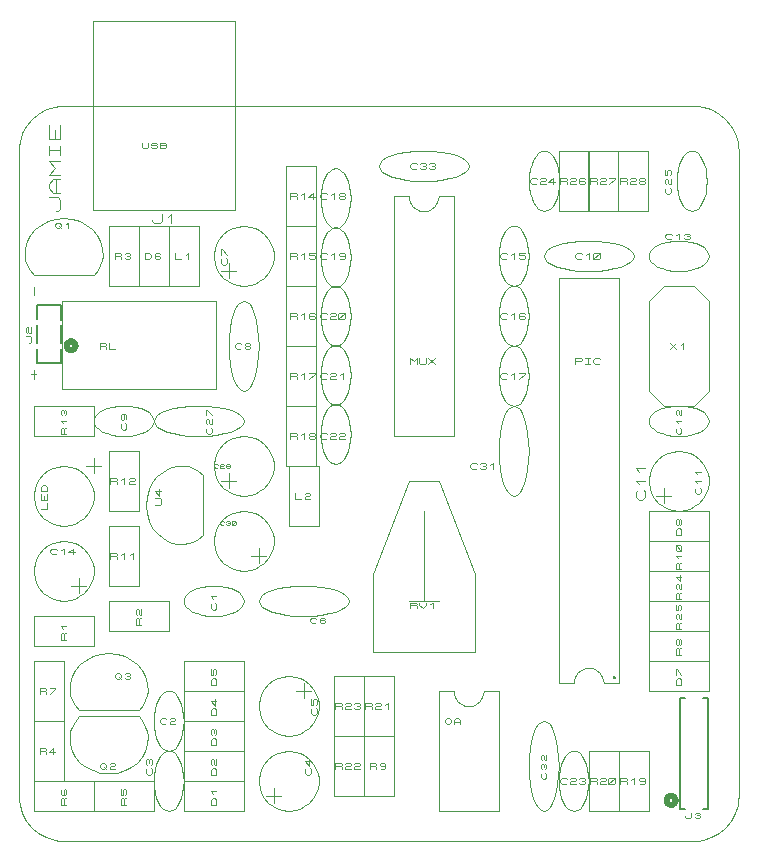
<source format=gbr>
G04 PROTEUS GERBER X2 FILE*
%TF.GenerationSoftware,Labcenter,Proteus,8.16-SP3-Build36097*%
%TF.CreationDate,2025-03-15T21:07:40+00:00*%
%TF.FileFunction,Legend,Top*%
%TF.FilePolarity,Positive*%
%TF.Part,Single*%
%TF.SameCoordinates,{0eda3102-f78e-4ef4-8f68-bee456db5da4}*%
%FSLAX45Y45*%
%MOMM*%
G01*
%TA.AperFunction,Material*%
%ADD23C,0.101600*%
%ADD24C,0.508000*%
%ADD25C,0.152400*%
%TA.AperFunction,NonMaterial*%
%ADD22C,0.101600*%
%TA.AperFunction,Profile*%
%ADD21C,0.101600*%
%TD.AperFunction*%
D23*
X+3218000Y-785000D02*
X+3345000Y-785000D01*
X+3472000Y-912000D02*
X+3497876Y-909564D01*
X+3521848Y-902515D01*
X+3543438Y-891238D01*
X+3562170Y-876122D01*
X+3577569Y-857554D01*
X+3589158Y-835919D01*
X+3596460Y-811606D01*
X+3599000Y-785000D01*
X+3472000Y-912000D02*
X+3445394Y-909564D01*
X+3421081Y-902515D01*
X+3399446Y-891238D01*
X+3380878Y-876122D01*
X+3365762Y-857554D01*
X+3354485Y-835919D01*
X+3347436Y-811606D01*
X+3345000Y-785000D01*
X+3599000Y-785000D02*
X+3726000Y-785000D01*
X+3218000Y-2817000D02*
X+3726000Y-2817000D01*
X+3218000Y-785000D02*
X+3218000Y-2817000D01*
X+3726000Y-2817000D02*
X+3726000Y-785000D01*
X+2726000Y-1059000D02*
X+2700124Y-1053920D01*
X+2676152Y-1039315D01*
X+2654562Y-1016138D01*
X+2635830Y-985340D01*
X+2620431Y-947875D01*
X+2608842Y-904695D01*
X+2601540Y-856752D01*
X+2599000Y-805000D01*
X+2726000Y-551000D02*
X+2700124Y-556080D01*
X+2676152Y-570685D01*
X+2654562Y-593862D01*
X+2635830Y-624660D01*
X+2620431Y-662125D01*
X+2608842Y-705305D01*
X+2601540Y-753248D01*
X+2599000Y-805000D01*
X+2726000Y-1059000D02*
X+2751876Y-1053920D01*
X+2775848Y-1039315D01*
X+2797438Y-1016138D01*
X+2816170Y-985340D01*
X+2831569Y-947875D01*
X+2843158Y-904695D01*
X+2850460Y-856752D01*
X+2853000Y-805000D01*
X+2726000Y-551000D02*
X+2751876Y-556080D01*
X+2775848Y-570685D01*
X+2797438Y-593862D01*
X+2816170Y-624660D01*
X+2831569Y-662125D01*
X+2843158Y-705305D01*
X+2850460Y-753248D01*
X+2853000Y-805000D01*
X+2726000Y-1559000D02*
X+2700124Y-1553920D01*
X+2676152Y-1539315D01*
X+2654562Y-1516138D01*
X+2635830Y-1485340D01*
X+2620431Y-1447875D01*
X+2608842Y-1404695D01*
X+2601540Y-1356752D01*
X+2599000Y-1305000D01*
X+2726000Y-1051000D02*
X+2700124Y-1056080D01*
X+2676152Y-1070685D01*
X+2654562Y-1093862D01*
X+2635830Y-1124660D01*
X+2620431Y-1162125D01*
X+2608842Y-1205305D01*
X+2601540Y-1253248D01*
X+2599000Y-1305000D01*
X+2726000Y-1559000D02*
X+2751876Y-1553920D01*
X+2775848Y-1539315D01*
X+2797438Y-1516138D01*
X+2816170Y-1485340D01*
X+2831569Y-1447875D01*
X+2843158Y-1404695D01*
X+2850460Y-1356752D01*
X+2853000Y-1305000D01*
X+2726000Y-1051000D02*
X+2751876Y-1056080D01*
X+2775848Y-1070685D01*
X+2797438Y-1093862D01*
X+2816170Y-1124660D01*
X+2831569Y-1162125D01*
X+2843158Y-1205305D01*
X+2850460Y-1253248D01*
X+2853000Y-1305000D01*
X+2726000Y-1547000D02*
X+2751876Y-1552080D01*
X+2775848Y-1566685D01*
X+2797438Y-1589862D01*
X+2816170Y-1620660D01*
X+2831569Y-1658125D01*
X+2843158Y-1701305D01*
X+2850460Y-1749248D01*
X+2853000Y-1801000D01*
X+2726000Y-2055000D02*
X+2751876Y-2049920D01*
X+2775848Y-2035315D01*
X+2797438Y-2012138D01*
X+2816170Y-1981340D01*
X+2831569Y-1943875D01*
X+2843158Y-1900695D01*
X+2850460Y-1852752D01*
X+2853000Y-1801000D01*
X+2726000Y-1547000D02*
X+2700124Y-1552080D01*
X+2676152Y-1566685D01*
X+2654562Y-1589862D01*
X+2635830Y-1620660D01*
X+2620431Y-1658125D01*
X+2608842Y-1701305D01*
X+2601540Y-1749248D01*
X+2599000Y-1801000D01*
X+2726000Y-2055000D02*
X+2700124Y-2049920D01*
X+2676152Y-2035315D01*
X+2654562Y-2012138D01*
X+2635830Y-1981340D01*
X+2620431Y-1943875D01*
X+2608842Y-1900695D01*
X+2601540Y-1852752D01*
X+2599000Y-1801000D01*
X+2726000Y-2555000D02*
X+2700124Y-2549920D01*
X+2676152Y-2535315D01*
X+2654562Y-2512138D01*
X+2635830Y-2481340D01*
X+2620431Y-2443875D01*
X+2608842Y-2400695D01*
X+2601540Y-2352752D01*
X+2599000Y-2301000D01*
X+2726000Y-2047000D02*
X+2700124Y-2052080D01*
X+2676152Y-2066685D01*
X+2654562Y-2089862D01*
X+2635830Y-2120660D01*
X+2620431Y-2158125D01*
X+2608842Y-2201305D01*
X+2601540Y-2249248D01*
X+2599000Y-2301000D01*
X+2726000Y-2555000D02*
X+2751876Y-2549920D01*
X+2775848Y-2535315D01*
X+2797438Y-2512138D01*
X+2816170Y-2481340D01*
X+2831569Y-2443875D01*
X+2843158Y-2400695D01*
X+2850460Y-2352752D01*
X+2853000Y-2301000D01*
X+2726000Y-2047000D02*
X+2751876Y-2052080D01*
X+2775848Y-2066685D01*
X+2797438Y-2089862D01*
X+2816170Y-2120660D01*
X+2831569Y-2158125D01*
X+2843158Y-2201305D01*
X+2850460Y-2249248D01*
X+2853000Y-2301000D01*
X+2726000Y-3055000D02*
X+2700124Y-3049920D01*
X+2676152Y-3035315D01*
X+2654562Y-3012138D01*
X+2635830Y-2981340D01*
X+2620431Y-2943875D01*
X+2608842Y-2900695D01*
X+2601540Y-2852752D01*
X+2599000Y-2801000D01*
X+2726000Y-2547000D02*
X+2700124Y-2552080D01*
X+2676152Y-2566685D01*
X+2654562Y-2589862D01*
X+2635830Y-2620660D01*
X+2620431Y-2658125D01*
X+2608842Y-2701305D01*
X+2601540Y-2749248D01*
X+2599000Y-2801000D01*
X+2726000Y-3055000D02*
X+2751876Y-3049920D01*
X+2775848Y-3035315D01*
X+2797438Y-3012138D01*
X+2816170Y-2981340D01*
X+2831569Y-2943875D01*
X+2843158Y-2900695D01*
X+2850460Y-2852752D01*
X+2853000Y-2801000D01*
X+2726000Y-2547000D02*
X+2751876Y-2552080D01*
X+2775848Y-2566685D01*
X+2797438Y-2589862D01*
X+2816170Y-2620660D01*
X+2831569Y-2658125D01*
X+2843158Y-2701305D01*
X+2850460Y-2749248D01*
X+2853000Y-2801000D01*
X+2309000Y-1043000D02*
X+2563000Y-1043000D01*
X+2563000Y-535000D01*
X+2309000Y-535000D01*
X+2309000Y-1043000D01*
X+2309000Y-1551000D02*
X+2563000Y-1551000D01*
X+2563000Y-1043000D01*
X+2309000Y-1043000D01*
X+2309000Y-1551000D01*
X+2309000Y-2059000D02*
X+2563000Y-2059000D01*
X+2563000Y-1551000D01*
X+2309000Y-1551000D01*
X+2309000Y-2059000D01*
X+2309000Y-2567000D02*
X+2563000Y-2567000D01*
X+2563000Y-2059000D01*
X+2309000Y-2059000D01*
X+2309000Y-2567000D01*
X+2309000Y-3075000D02*
X+2563000Y-3075000D01*
X+2563000Y-2567000D01*
X+2309000Y-2567000D01*
X+2309000Y-3075000D01*
X+3091000Y-531000D02*
X+3098516Y-505124D01*
X+3120170Y-481152D01*
X+3154624Y-459562D01*
X+3200538Y-440830D01*
X+3256572Y-425431D01*
X+3321386Y-413842D01*
X+3393642Y-406540D01*
X+3472000Y-404000D01*
X+3853000Y-531000D02*
X+3845380Y-505124D01*
X+3823472Y-481152D01*
X+3788706Y-459562D01*
X+3742510Y-440830D01*
X+3686312Y-425431D01*
X+3621542Y-413842D01*
X+3549629Y-406540D01*
X+3472000Y-404000D01*
X+3853000Y-531000D02*
X+3845380Y-556876D01*
X+3823472Y-580848D01*
X+3788706Y-602438D01*
X+3742510Y-621170D01*
X+3686312Y-636569D01*
X+3621542Y-648158D01*
X+3549629Y-655460D01*
X+3472000Y-658000D01*
X+3091000Y-531000D02*
X+3098516Y-556876D01*
X+3120170Y-580848D01*
X+3154624Y-602438D01*
X+3200538Y-621170D01*
X+3256572Y-636569D01*
X+3321386Y-648158D01*
X+3393642Y-655460D01*
X+3472000Y-658000D01*
X+4234000Y-1547000D02*
X+4208124Y-1541920D01*
X+4184152Y-1527315D01*
X+4162562Y-1504138D01*
X+4143830Y-1473340D01*
X+4128431Y-1435875D01*
X+4116842Y-1392695D01*
X+4109540Y-1344752D01*
X+4107000Y-1293000D01*
X+4234000Y-1039000D02*
X+4208124Y-1044080D01*
X+4184152Y-1058685D01*
X+4162562Y-1081862D01*
X+4143830Y-1112660D01*
X+4128431Y-1150125D01*
X+4116842Y-1193305D01*
X+4109540Y-1241248D01*
X+4107000Y-1293000D01*
X+4234000Y-1547000D02*
X+4259876Y-1541920D01*
X+4283848Y-1527315D01*
X+4305438Y-1504138D01*
X+4324170Y-1473340D01*
X+4339569Y-1435875D01*
X+4351158Y-1392695D01*
X+4358460Y-1344752D01*
X+4361000Y-1293000D01*
X+4234000Y-1039000D02*
X+4259876Y-1044080D01*
X+4283848Y-1058685D01*
X+4305438Y-1081862D01*
X+4324170Y-1112660D01*
X+4339569Y-1150125D01*
X+4351158Y-1193305D01*
X+4358460Y-1241248D01*
X+4361000Y-1293000D01*
X+4234000Y-1547000D02*
X+4259876Y-1552080D01*
X+4283848Y-1566685D01*
X+4305438Y-1589862D01*
X+4324170Y-1620660D01*
X+4339569Y-1658125D01*
X+4351158Y-1701305D01*
X+4358460Y-1749248D01*
X+4361000Y-1801000D01*
X+4234000Y-2055000D02*
X+4259876Y-2049920D01*
X+4283848Y-2035315D01*
X+4305438Y-2012138D01*
X+4324170Y-1981340D01*
X+4339569Y-1943875D01*
X+4351158Y-1900695D01*
X+4358460Y-1852752D01*
X+4361000Y-1801000D01*
X+4234000Y-1547000D02*
X+4208124Y-1552080D01*
X+4184152Y-1566685D01*
X+4162562Y-1589862D01*
X+4143830Y-1620660D01*
X+4128431Y-1658125D01*
X+4116842Y-1701305D01*
X+4109540Y-1749248D01*
X+4107000Y-1801000D01*
X+4234000Y-2055000D02*
X+4208124Y-2049920D01*
X+4184152Y-2035315D01*
X+4162562Y-2012138D01*
X+4143830Y-1981340D01*
X+4128431Y-1943875D01*
X+4116842Y-1900695D01*
X+4109540Y-1852752D01*
X+4107000Y-1801000D01*
X+4234000Y-2563000D02*
X+4208124Y-2557920D01*
X+4184152Y-2543315D01*
X+4162562Y-2520138D01*
X+4143830Y-2489340D01*
X+4128431Y-2451875D01*
X+4116842Y-2408695D01*
X+4109540Y-2360752D01*
X+4107000Y-2309000D01*
X+4234000Y-2055000D02*
X+4208124Y-2060080D01*
X+4184152Y-2074685D01*
X+4162562Y-2097862D01*
X+4143830Y-2128660D01*
X+4128431Y-2166125D01*
X+4116842Y-2209305D01*
X+4109540Y-2257248D01*
X+4107000Y-2309000D01*
X+4234000Y-2563000D02*
X+4259876Y-2557920D01*
X+4283848Y-2543315D01*
X+4305438Y-2520138D01*
X+4324170Y-2489340D01*
X+4339569Y-2451875D01*
X+4351158Y-2408695D01*
X+4358460Y-2360752D01*
X+4361000Y-2309000D01*
X+4234000Y-2055000D02*
X+4259876Y-2060080D01*
X+4283848Y-2074685D01*
X+4305438Y-2097862D01*
X+4324170Y-2128660D01*
X+4339569Y-2166125D01*
X+4351158Y-2209305D01*
X+4358460Y-2257248D01*
X+4361000Y-2309000D01*
X+4234000Y-3325000D02*
X+4208124Y-3317484D01*
X+4184152Y-3295830D01*
X+4162562Y-3261376D01*
X+4143830Y-3215462D01*
X+4128431Y-3159429D01*
X+4116842Y-3094614D01*
X+4109540Y-3022358D01*
X+4107000Y-2944000D01*
X+4234000Y-2563000D02*
X+4208124Y-2570620D01*
X+4184152Y-2592528D01*
X+4162562Y-2627294D01*
X+4143830Y-2673490D01*
X+4128431Y-2729688D01*
X+4116842Y-2794458D01*
X+4109540Y-2866371D01*
X+4107000Y-2944000D01*
X+4234000Y-2563000D02*
X+4259876Y-2570620D01*
X+4283848Y-2592528D01*
X+4305438Y-2627294D01*
X+4324170Y-2673490D01*
X+4339569Y-2729688D01*
X+4351158Y-2794458D01*
X+4358460Y-2866371D01*
X+4361000Y-2944000D01*
X+4234000Y-3325000D02*
X+4259876Y-3317484D01*
X+4283848Y-3295830D01*
X+4305438Y-3261376D01*
X+4324170Y-3215462D01*
X+4339569Y-3159429D01*
X+4351158Y-3094614D01*
X+4358460Y-3022358D01*
X+4361000Y-2944000D01*
X+4488000Y-1293000D02*
X+4495516Y-1267124D01*
X+4517170Y-1243152D01*
X+4551624Y-1221562D01*
X+4597538Y-1202830D01*
X+4653572Y-1187431D01*
X+4718386Y-1175842D01*
X+4790642Y-1168540D01*
X+4869000Y-1166000D01*
X+5250000Y-1293000D02*
X+5242380Y-1267124D01*
X+5220472Y-1243152D01*
X+5185706Y-1221562D01*
X+5139510Y-1202830D01*
X+5083312Y-1187431D01*
X+5018542Y-1175842D01*
X+4946629Y-1168540D01*
X+4869000Y-1166000D01*
X+5250000Y-1293000D02*
X+5242380Y-1318876D01*
X+5220472Y-1342848D01*
X+5185706Y-1364438D01*
X+5139510Y-1383170D01*
X+5083312Y-1398569D01*
X+5018542Y-1410158D01*
X+4946629Y-1417460D01*
X+4869000Y-1420000D01*
X+4488000Y-1293000D02*
X+4495516Y-1318876D01*
X+4517170Y-1342848D01*
X+4551624Y-1364438D01*
X+4597538Y-1383170D01*
X+4653572Y-1398569D01*
X+4718386Y-1410158D01*
X+4790642Y-1417460D01*
X+4869000Y-1420000D01*
X+5123000Y-4910500D02*
X+5123000Y-1481500D01*
X+4615000Y-1481500D01*
X+4615000Y-4910500D01*
X+5123000Y-4910500D02*
X+4996000Y-4910500D01*
X+4615000Y-4910500D02*
X+4742000Y-4910500D01*
X+4996000Y-4910500D02*
X+4993473Y-4884532D01*
X+4986202Y-4860518D01*
X+4974652Y-4838923D01*
X+4959289Y-4820211D01*
X+4940577Y-4804847D01*
X+4918981Y-4793298D01*
X+4894967Y-4786027D01*
X+4869000Y-4783500D01*
X+4742000Y-4910500D02*
X+4744527Y-4884532D01*
X+4751798Y-4860518D01*
X+4763348Y-4838923D01*
X+4778711Y-4820211D01*
X+4797423Y-4804847D01*
X+4819018Y-4793298D01*
X+4843032Y-4786027D01*
X+4869000Y-4783500D01*
X+5089544Y-4859700D02*
X+5089519Y-4859103D01*
X+5089317Y-4857907D01*
X+5088893Y-4856711D01*
X+5088199Y-4855515D01*
X+5087139Y-4854336D01*
X+5085943Y-4853473D01*
X+5084747Y-4852924D01*
X+5083551Y-4852615D01*
X+5082360Y-4852516D01*
X+5075176Y-4859700D02*
X+5075201Y-4859103D01*
X+5075403Y-4857907D01*
X+5075827Y-4856711D01*
X+5076521Y-4855515D01*
X+5077581Y-4854336D01*
X+5078777Y-4853473D01*
X+5079973Y-4852924D01*
X+5081169Y-4852615D01*
X+5082360Y-4852516D01*
X+5075176Y-4859700D02*
X+5075201Y-4860297D01*
X+5075403Y-4861493D01*
X+5075827Y-4862689D01*
X+5076521Y-4863885D01*
X+5077581Y-4865064D01*
X+5078777Y-4865927D01*
X+5079973Y-4866476D01*
X+5081169Y-4866785D01*
X+5082360Y-4866884D01*
X+5089544Y-4859700D02*
X+5089519Y-4860297D01*
X+5089317Y-4861493D01*
X+5088893Y-4862689D01*
X+5088199Y-4863885D01*
X+5087139Y-4865064D01*
X+5085943Y-4865927D01*
X+5084747Y-4866476D01*
X+5083551Y-4866785D01*
X+5082360Y-4866884D01*
X+5377000Y-2436000D02*
X+5377000Y-1674000D01*
X+5504000Y-1547000D01*
X+5758000Y-1547000D01*
X+5885000Y-1674000D01*
X+5885000Y-2436000D01*
X+5758000Y-2563000D01*
X+5504000Y-2563000D01*
X+5377000Y-2436000D01*
X+4492000Y-912000D02*
X+4466124Y-906920D01*
X+4442152Y-892315D01*
X+4420562Y-869138D01*
X+4401830Y-838340D01*
X+4386431Y-800875D01*
X+4374842Y-757695D01*
X+4367540Y-709752D01*
X+4365000Y-658000D01*
X+4492000Y-404000D02*
X+4466124Y-409080D01*
X+4442152Y-423685D01*
X+4420562Y-446862D01*
X+4401830Y-477660D01*
X+4386431Y-515125D01*
X+4374842Y-558305D01*
X+4367540Y-606248D01*
X+4365000Y-658000D01*
X+4492000Y-912000D02*
X+4517876Y-906920D01*
X+4541848Y-892315D01*
X+4563438Y-869138D01*
X+4582170Y-838340D01*
X+4597569Y-800875D01*
X+4609158Y-757695D01*
X+4616460Y-709752D01*
X+4619000Y-658000D01*
X+4492000Y-404000D02*
X+4517876Y-409080D01*
X+4541848Y-423685D01*
X+4563438Y-446862D01*
X+4582170Y-477660D01*
X+4597569Y-515125D01*
X+4609158Y-558305D01*
X+4616460Y-606248D01*
X+4619000Y-658000D01*
X+4615000Y-912000D02*
X+4869000Y-912000D01*
X+4869000Y-404000D01*
X+4615000Y-404000D01*
X+4615000Y-912000D01*
X+4865000Y-912000D02*
X+5119000Y-912000D01*
X+5119000Y-404000D01*
X+4865000Y-404000D01*
X+4865000Y-912000D01*
X+5115000Y-912000D02*
X+5369000Y-912000D01*
X+5369000Y-404000D01*
X+5115000Y-404000D01*
X+5115000Y-912000D01*
X+5742000Y-912000D02*
X+5716124Y-906920D01*
X+5692152Y-892315D01*
X+5670562Y-869138D01*
X+5651830Y-838340D01*
X+5636431Y-800875D01*
X+5624842Y-757695D01*
X+5617540Y-709752D01*
X+5615000Y-658000D01*
X+5742000Y-404000D02*
X+5716124Y-409080D01*
X+5692152Y-423685D01*
X+5670562Y-446862D01*
X+5651830Y-477660D01*
X+5636431Y-515125D01*
X+5624842Y-558305D01*
X+5617540Y-606248D01*
X+5615000Y-658000D01*
X+5742000Y-912000D02*
X+5767876Y-906920D01*
X+5791848Y-892315D01*
X+5813438Y-869138D01*
X+5832170Y-838340D01*
X+5847569Y-800875D01*
X+5859158Y-757695D01*
X+5866460Y-709752D01*
X+5869000Y-658000D01*
X+5742000Y-404000D02*
X+5767876Y-409080D01*
X+5791848Y-423685D01*
X+5813438Y-446862D01*
X+5832170Y-477660D01*
X+5847569Y-515125D01*
X+5859158Y-558305D01*
X+5866460Y-606248D01*
X+5869000Y-658000D01*
X+5885000Y-1293000D02*
X+5879920Y-1318876D01*
X+5865315Y-1342848D01*
X+5842138Y-1364438D01*
X+5811340Y-1383170D01*
X+5773875Y-1398569D01*
X+5730695Y-1410158D01*
X+5682752Y-1417460D01*
X+5631000Y-1420000D01*
X+5377000Y-1293000D02*
X+5382080Y-1318876D01*
X+5396685Y-1342848D01*
X+5419862Y-1364438D01*
X+5450660Y-1383170D01*
X+5488125Y-1398569D01*
X+5531305Y-1410158D01*
X+5579248Y-1417460D01*
X+5631000Y-1420000D01*
X+5885000Y-1293000D02*
X+5879920Y-1267124D01*
X+5865315Y-1243152D01*
X+5842138Y-1221562D01*
X+5811340Y-1202830D01*
X+5773875Y-1187431D01*
X+5730695Y-1175842D01*
X+5682752Y-1168540D01*
X+5631000Y-1166000D01*
X+5377000Y-1293000D02*
X+5382080Y-1267124D01*
X+5396685Y-1243152D01*
X+5419862Y-1221562D01*
X+5450660Y-1202830D01*
X+5488125Y-1187431D01*
X+5531305Y-1175842D01*
X+5579248Y-1168540D01*
X+5631000Y-1166000D01*
X+5377000Y-2690000D02*
X+5382080Y-2664124D01*
X+5396685Y-2640152D01*
X+5419862Y-2618562D01*
X+5450660Y-2599830D01*
X+5488125Y-2584431D01*
X+5531305Y-2572842D01*
X+5579248Y-2565540D01*
X+5631000Y-2563000D01*
X+5885000Y-2690000D02*
X+5879920Y-2664124D01*
X+5865315Y-2640152D01*
X+5842138Y-2618562D01*
X+5811340Y-2599830D01*
X+5773875Y-2584431D01*
X+5730695Y-2572842D01*
X+5682752Y-2565540D01*
X+5631000Y-2563000D01*
X+5377000Y-2690000D02*
X+5382080Y-2715876D01*
X+5396685Y-2739848D01*
X+5419862Y-2761438D01*
X+5450660Y-2780170D01*
X+5488125Y-2795569D01*
X+5531305Y-2807158D01*
X+5579248Y-2814460D01*
X+5631000Y-2817000D01*
X+5885000Y-2690000D02*
X+5879920Y-2715876D01*
X+5865315Y-2739848D01*
X+5842138Y-2761438D01*
X+5811340Y-2780170D01*
X+5773875Y-2795569D01*
X+5730695Y-2807158D01*
X+5682752Y-2814460D01*
X+5631000Y-2817000D01*
X+5885000Y-3198000D02*
X+5884173Y-3177517D01*
X+5877455Y-3136550D01*
X+5863437Y-3095583D01*
X+5840659Y-3054616D01*
X+5805859Y-3013771D01*
X+5764892Y-2982155D01*
X+5723925Y-2961608D01*
X+5682958Y-2949371D01*
X+5641991Y-2944238D01*
X+5631000Y-2944000D01*
X+5377000Y-3198000D02*
X+5377827Y-3177517D01*
X+5384545Y-3136550D01*
X+5398563Y-3095583D01*
X+5421341Y-3054616D01*
X+5456141Y-3013771D01*
X+5497108Y-2982155D01*
X+5538075Y-2961608D01*
X+5579042Y-2949371D01*
X+5620009Y-2944238D01*
X+5631000Y-2944000D01*
X+5377000Y-3198000D02*
X+5377827Y-3218483D01*
X+5384545Y-3259450D01*
X+5398563Y-3300417D01*
X+5421341Y-3341384D01*
X+5456141Y-3382229D01*
X+5497108Y-3413845D01*
X+5538075Y-3434392D01*
X+5579042Y-3446629D01*
X+5620009Y-3451762D01*
X+5631000Y-3452000D01*
X+5885000Y-3198000D02*
X+5884173Y-3218483D01*
X+5877455Y-3259450D01*
X+5863437Y-3300417D01*
X+5840659Y-3341384D01*
X+5805859Y-3382229D01*
X+5764892Y-3413845D01*
X+5723925Y-3434392D01*
X+5682958Y-3446629D01*
X+5641991Y-3451762D01*
X+5631000Y-3452000D01*
X+5504000Y-3388500D02*
X+5504000Y-3261500D01*
X+5440500Y-3325000D02*
X+5567500Y-3325000D01*
X+5333820Y-3278930D02*
X+5346520Y-3292265D01*
X+5346520Y-3332270D01*
X+5321120Y-3358940D01*
X+5295720Y-3358940D01*
X+5270320Y-3332270D01*
X+5270320Y-3292265D01*
X+5283020Y-3278930D01*
X+5295720Y-3225590D02*
X+5270320Y-3198920D01*
X+5346520Y-3198920D01*
X+5295720Y-3118910D02*
X+5270320Y-3092240D01*
X+5346520Y-3092240D01*
X+5377000Y-3706000D02*
X+5885000Y-3706000D01*
X+5885000Y-3452000D01*
X+5377000Y-3452000D01*
X+5377000Y-3706000D01*
X+5377000Y-3960000D02*
X+5885000Y-3960000D01*
X+5885000Y-3706000D01*
X+5377000Y-3706000D01*
X+5377000Y-3960000D01*
X+5377000Y-4214000D02*
X+5885000Y-4214000D01*
X+5885000Y-3960000D01*
X+5377000Y-3960000D01*
X+5377000Y-4214000D01*
X+5377000Y-4468000D02*
X+5885000Y-4468000D01*
X+5885000Y-4214000D01*
X+5377000Y-4214000D01*
X+5377000Y-4468000D01*
X+5377000Y-4722000D02*
X+5885000Y-4722000D01*
X+5885000Y-4468000D01*
X+5377000Y-4468000D01*
X+5377000Y-4722000D01*
X+5377000Y-4976000D02*
X+5885000Y-4976000D01*
X+5885000Y-4722000D01*
X+5377000Y-4722000D01*
X+5377000Y-4976000D01*
D24*
X+5605600Y-5903000D02*
X+5605469Y-5899842D01*
X+5604403Y-5893524D01*
X+5602172Y-5887206D01*
X+5598527Y-5880888D01*
X+5592952Y-5874649D01*
X+5586634Y-5870053D01*
X+5580316Y-5867120D01*
X+5573998Y-5865458D01*
X+5567680Y-5864900D01*
X+5567500Y-5864900D01*
X+5529400Y-5903000D02*
X+5529531Y-5899842D01*
X+5530597Y-5893524D01*
X+5532828Y-5887206D01*
X+5536473Y-5880888D01*
X+5542048Y-5874649D01*
X+5548366Y-5870053D01*
X+5554684Y-5867120D01*
X+5561002Y-5865458D01*
X+5567320Y-5864900D01*
X+5567500Y-5864900D01*
X+5529400Y-5903000D02*
X+5529531Y-5906158D01*
X+5530597Y-5912476D01*
X+5532828Y-5918794D01*
X+5536473Y-5925112D01*
X+5542048Y-5931351D01*
X+5548366Y-5935947D01*
X+5554684Y-5938880D01*
X+5561002Y-5940542D01*
X+5567320Y-5941100D01*
X+5567500Y-5941100D01*
X+5605600Y-5903000D02*
X+5605469Y-5906158D01*
X+5604403Y-5912476D01*
X+5602172Y-5918794D01*
X+5598527Y-5925112D01*
X+5592952Y-5931351D01*
X+5586634Y-5935947D01*
X+5580316Y-5938880D01*
X+5573998Y-5940542D01*
X+5567680Y-5941100D01*
X+5567500Y-5941100D01*
D25*
X+5638620Y-5033150D02*
X+5638620Y-5972850D01*
X+5682135Y-5972850D01*
X+5877380Y-5972850D02*
X+5877380Y-5033150D01*
X+5833865Y-5033150D01*
X+5682135Y-5033150D02*
X+5638620Y-5033150D01*
X+5833865Y-5972850D02*
X+5877380Y-5972850D01*
D23*
X+5123000Y-5992000D02*
X+5377000Y-5992000D01*
X+5377000Y-5484000D01*
X+5123000Y-5484000D01*
X+5123000Y-5992000D01*
X+4869000Y-5992000D02*
X+5123000Y-5992000D01*
X+5123000Y-5484000D01*
X+4869000Y-5484000D01*
X+4869000Y-5992000D01*
X+4742000Y-5484000D02*
X+4767876Y-5489080D01*
X+4791848Y-5503685D01*
X+4813438Y-5526862D01*
X+4832170Y-5557660D01*
X+4847569Y-5595125D01*
X+4859158Y-5638305D01*
X+4866460Y-5686248D01*
X+4869000Y-5738000D01*
X+4742000Y-5992000D02*
X+4767876Y-5986920D01*
X+4791848Y-5972315D01*
X+4813438Y-5949138D01*
X+4832170Y-5918340D01*
X+4847569Y-5880875D01*
X+4859158Y-5837695D01*
X+4866460Y-5789752D01*
X+4869000Y-5738000D01*
X+4742000Y-5484000D02*
X+4716124Y-5489080D01*
X+4692152Y-5503685D01*
X+4670562Y-5526862D01*
X+4651830Y-5557660D01*
X+4636431Y-5595125D01*
X+4624842Y-5638305D01*
X+4617540Y-5686248D01*
X+4615000Y-5738000D01*
X+4742000Y-5992000D02*
X+4716124Y-5986920D01*
X+4692152Y-5972315D01*
X+4670562Y-5949138D01*
X+4651830Y-5918340D01*
X+4636431Y-5880875D01*
X+4624842Y-5837695D01*
X+4617540Y-5789752D01*
X+4615000Y-5738000D01*
X+4488000Y-5992000D02*
X+4462124Y-5984484D01*
X+4438152Y-5962830D01*
X+4416562Y-5928376D01*
X+4397830Y-5882462D01*
X+4382431Y-5826429D01*
X+4370842Y-5761614D01*
X+4363540Y-5689358D01*
X+4361000Y-5611000D01*
X+4488000Y-5230000D02*
X+4462124Y-5237620D01*
X+4438152Y-5259528D01*
X+4416562Y-5294294D01*
X+4397830Y-5340490D01*
X+4382431Y-5396688D01*
X+4370842Y-5461458D01*
X+4363540Y-5533371D01*
X+4361000Y-5611000D01*
X+4488000Y-5230000D02*
X+4513876Y-5237620D01*
X+4537848Y-5259528D01*
X+4559438Y-5294294D01*
X+4578170Y-5340490D01*
X+4593569Y-5396688D01*
X+4605158Y-5461458D01*
X+4612460Y-5533371D01*
X+4615000Y-5611000D01*
X+4488000Y-5992000D02*
X+4513876Y-5984484D01*
X+4537848Y-5962830D01*
X+4559438Y-5928376D01*
X+4578170Y-5882462D01*
X+4593569Y-5826429D01*
X+4605158Y-5761614D01*
X+4612460Y-5689358D01*
X+4615000Y-5611000D01*
X+3980000Y-4976000D02*
X+4107000Y-4976000D01*
X+4107000Y-5992000D01*
X+3599000Y-5992000D01*
X+3599000Y-4976000D01*
X+3726000Y-4976000D01*
X+3853000Y-5103000D02*
X+3878876Y-5100564D01*
X+3902848Y-5093515D01*
X+3924438Y-5082238D01*
X+3943170Y-5067122D01*
X+3958569Y-5048554D01*
X+3970158Y-5026919D01*
X+3977460Y-5002606D01*
X+3980000Y-4976000D01*
X+3853000Y-5103000D02*
X+3826394Y-5100564D01*
X+3802081Y-5093515D01*
X+3780446Y-5082238D01*
X+3761878Y-5067122D01*
X+3746762Y-5048554D01*
X+3735485Y-5026919D01*
X+3728436Y-5002606D01*
X+3726000Y-4976000D01*
X+2964000Y-5865000D02*
X+3218000Y-5865000D01*
X+3218000Y-5357000D01*
X+2964000Y-5357000D01*
X+2964000Y-5865000D01*
X+2710000Y-5865000D02*
X+2964000Y-5865000D01*
X+2964000Y-5357000D01*
X+2710000Y-5357000D01*
X+2710000Y-5865000D01*
X+2964000Y-5357000D02*
X+3218000Y-5357000D01*
X+3218000Y-4849000D01*
X+2964000Y-4849000D01*
X+2964000Y-5357000D01*
X+2710000Y-5357000D02*
X+2964000Y-5357000D01*
X+2964000Y-4849000D01*
X+2710000Y-4849000D01*
X+2710000Y-5357000D01*
X+3345000Y-3198000D02*
X+3599000Y-3198000D01*
X+3472000Y-3452000D02*
X+3472000Y-4214000D01*
X+3345000Y-4214000D02*
X+3599000Y-4214000D01*
X+3903800Y-4645800D02*
X+3040200Y-4645800D01*
X+3599000Y-3198000D02*
X+3903800Y-3985400D01*
X+3903800Y-4645800D02*
X+3903800Y-3985400D01*
X+3345000Y-3198000D02*
X+3040200Y-3985400D01*
X+3040200Y-4645800D01*
X+2583000Y-5738000D02*
X+2582173Y-5717517D01*
X+2575455Y-5676550D01*
X+2561437Y-5635583D01*
X+2538659Y-5594616D01*
X+2503859Y-5553771D01*
X+2462892Y-5522155D01*
X+2421925Y-5501608D01*
X+2380958Y-5489371D01*
X+2339991Y-5484238D01*
X+2329000Y-5484000D01*
X+2075000Y-5738000D02*
X+2075827Y-5717517D01*
X+2082545Y-5676550D01*
X+2096563Y-5635583D01*
X+2119341Y-5594616D01*
X+2154141Y-5553771D01*
X+2195108Y-5522155D01*
X+2236075Y-5501608D01*
X+2277042Y-5489371D01*
X+2318009Y-5484238D01*
X+2329000Y-5484000D01*
X+2075000Y-5738000D02*
X+2075827Y-5758483D01*
X+2082545Y-5799450D01*
X+2096563Y-5840417D01*
X+2119341Y-5881384D01*
X+2154141Y-5922229D01*
X+2195108Y-5953845D01*
X+2236075Y-5974392D01*
X+2277042Y-5986629D01*
X+2318009Y-5991762D01*
X+2329000Y-5992000D01*
X+2583000Y-5738000D02*
X+2582173Y-5758483D01*
X+2575455Y-5799450D01*
X+2561437Y-5840417D01*
X+2538659Y-5881384D01*
X+2503859Y-5922229D01*
X+2462892Y-5953845D01*
X+2421925Y-5974392D01*
X+2380958Y-5986629D01*
X+2339991Y-5991762D01*
X+2329000Y-5992000D01*
X+2202000Y-5928500D02*
X+2202000Y-5801500D01*
X+2138500Y-5865000D02*
X+2265500Y-5865000D01*
X+2583000Y-5103000D02*
X+2582173Y-5082517D01*
X+2575455Y-5041550D01*
X+2561437Y-5000583D01*
X+2538659Y-4959616D01*
X+2503859Y-4918771D01*
X+2462892Y-4887155D01*
X+2421925Y-4866608D01*
X+2380958Y-4854371D01*
X+2339991Y-4849238D01*
X+2329000Y-4849000D01*
X+2075000Y-5103000D02*
X+2075827Y-5082517D01*
X+2082545Y-5041550D01*
X+2096563Y-5000583D01*
X+2119341Y-4959616D01*
X+2154141Y-4918771D01*
X+2195108Y-4887155D01*
X+2236075Y-4866608D01*
X+2277042Y-4854371D01*
X+2318009Y-4849238D01*
X+2329000Y-4849000D01*
X+2075000Y-5103000D02*
X+2075827Y-5123483D01*
X+2082545Y-5164450D01*
X+2096563Y-5205417D01*
X+2119341Y-5246384D01*
X+2154141Y-5287229D01*
X+2195108Y-5318845D01*
X+2236075Y-5339392D01*
X+2277042Y-5351629D01*
X+2318009Y-5356762D01*
X+2329000Y-5357000D01*
X+2583000Y-5103000D02*
X+2582173Y-5123483D01*
X+2575455Y-5164450D01*
X+2561437Y-5205417D01*
X+2538659Y-5246384D01*
X+2503859Y-5287229D01*
X+2462892Y-5318845D01*
X+2421925Y-5339392D01*
X+2380958Y-5351629D01*
X+2339991Y-5356762D01*
X+2329000Y-5357000D01*
X+2456000Y-4912500D02*
X+2456000Y-5039500D01*
X+2519500Y-4976000D02*
X+2392500Y-4976000D01*
X+1440000Y-5992000D02*
X+1948000Y-5992000D01*
X+1948000Y-5738000D01*
X+1440000Y-5738000D01*
X+1440000Y-5992000D01*
X+1440000Y-5738000D02*
X+1948000Y-5738000D01*
X+1948000Y-5484000D01*
X+1440000Y-5484000D01*
X+1440000Y-5738000D01*
X+1440000Y-5484000D02*
X+1948000Y-5484000D01*
X+1948000Y-5230000D01*
X+1440000Y-5230000D01*
X+1440000Y-5484000D01*
X+1440000Y-5230000D02*
X+1948000Y-5230000D01*
X+1948000Y-4976000D01*
X+1440000Y-4976000D01*
X+1440000Y-5230000D01*
X+1440000Y-4976000D02*
X+1948000Y-4976000D01*
X+1948000Y-4722000D01*
X+1440000Y-4722000D01*
X+1440000Y-4976000D01*
X+1313000Y-5484000D02*
X+1338876Y-5489080D01*
X+1362848Y-5503685D01*
X+1384438Y-5526862D01*
X+1403170Y-5557660D01*
X+1418569Y-5595125D01*
X+1430158Y-5638305D01*
X+1437460Y-5686248D01*
X+1440000Y-5738000D01*
X+1313000Y-5992000D02*
X+1338876Y-5986920D01*
X+1362848Y-5972315D01*
X+1384438Y-5949138D01*
X+1403170Y-5918340D01*
X+1418569Y-5880875D01*
X+1430158Y-5837695D01*
X+1437460Y-5789752D01*
X+1440000Y-5738000D01*
X+1313000Y-5484000D02*
X+1287124Y-5489080D01*
X+1263152Y-5503685D01*
X+1241562Y-5526862D01*
X+1222830Y-5557660D01*
X+1207431Y-5595125D01*
X+1195842Y-5638305D01*
X+1188540Y-5686248D01*
X+1186000Y-5738000D01*
X+1313000Y-5992000D02*
X+1287124Y-5986920D01*
X+1263152Y-5972315D01*
X+1241562Y-5949138D01*
X+1222830Y-5918340D01*
X+1207431Y-5880875D01*
X+1195842Y-5837695D01*
X+1188540Y-5789752D01*
X+1186000Y-5738000D01*
X+1313000Y-5484000D02*
X+1287124Y-5478920D01*
X+1263152Y-5464315D01*
X+1241562Y-5441138D01*
X+1222830Y-5410340D01*
X+1207431Y-5372875D01*
X+1195842Y-5329695D01*
X+1188540Y-5281752D01*
X+1186000Y-5230000D01*
X+1313000Y-4976000D02*
X+1287124Y-4981080D01*
X+1263152Y-4995685D01*
X+1241562Y-5018862D01*
X+1222830Y-5049660D01*
X+1207431Y-5087125D01*
X+1195842Y-5130305D01*
X+1188540Y-5178248D01*
X+1186000Y-5230000D01*
X+1313000Y-5484000D02*
X+1338876Y-5478920D01*
X+1362848Y-5464315D01*
X+1384438Y-5441138D01*
X+1403170Y-5410340D01*
X+1418569Y-5372875D01*
X+1430158Y-5329695D01*
X+1437460Y-5281752D01*
X+1440000Y-5230000D01*
X+1313000Y-4976000D02*
X+1338876Y-4981080D01*
X+1362848Y-4995685D01*
X+1384438Y-5018862D01*
X+1403170Y-5049660D01*
X+1418569Y-5087125D01*
X+1430158Y-5130305D01*
X+1437460Y-5178248D01*
X+1440000Y-5230000D01*
X+678000Y-5992000D02*
X+1186000Y-5992000D01*
X+1186000Y-5738000D01*
X+678000Y-5738000D01*
X+678000Y-5992000D01*
X+170000Y-5992000D02*
X+678000Y-5992000D01*
X+678000Y-5738000D01*
X+170000Y-5738000D01*
X+170000Y-5992000D01*
X+1059000Y-5191900D02*
X+551000Y-5191900D01*
X+1135200Y-5357000D02*
X+1130438Y-5318702D01*
X+1116150Y-5279212D01*
X+1092338Y-5237342D01*
X+1059000Y-5191900D01*
X+1135200Y-5357000D02*
X+1132569Y-5421918D01*
X+1116088Y-5481953D01*
X+1087161Y-5535942D01*
X+1047193Y-5582722D01*
X+997588Y-5621131D01*
X+939751Y-5650005D01*
X+875087Y-5668183D01*
X+805000Y-5674500D01*
X+474800Y-5357000D02*
X+479562Y-5318702D01*
X+493850Y-5279212D01*
X+517662Y-5237342D01*
X+551000Y-5191900D01*
X+474800Y-5357000D02*
X+477431Y-5421918D01*
X+493912Y-5481953D01*
X+522839Y-5535942D01*
X+562807Y-5582722D01*
X+612412Y-5621131D01*
X+670249Y-5650005D01*
X+734913Y-5668183D01*
X+805000Y-5674500D01*
X+551000Y-5141100D02*
X+1059000Y-5141100D01*
X+474800Y-4976000D02*
X+479562Y-5014298D01*
X+493850Y-5053788D01*
X+517662Y-5095658D01*
X+551000Y-5141100D01*
X+474800Y-4976000D02*
X+477431Y-4911082D01*
X+493912Y-4851047D01*
X+522839Y-4797058D01*
X+562807Y-4750278D01*
X+612412Y-4711869D01*
X+670249Y-4682995D01*
X+734913Y-4664817D01*
X+805000Y-4658500D01*
X+1135200Y-4976000D02*
X+1130438Y-5014298D01*
X+1116150Y-5053788D01*
X+1092338Y-5095658D01*
X+1059000Y-5141100D01*
X+1135200Y-4976000D02*
X+1132569Y-4911082D01*
X+1116088Y-4851047D01*
X+1087161Y-4797058D01*
X+1047193Y-4750278D01*
X+997588Y-4711869D01*
X+939751Y-4682995D01*
X+875087Y-4664817D01*
X+805000Y-4658500D01*
X+170000Y-5738000D02*
X+424000Y-5738000D01*
X+424000Y-5230000D01*
X+170000Y-5230000D01*
X+170000Y-5738000D01*
X+170000Y-5230000D02*
X+424000Y-5230000D01*
X+424000Y-4722000D01*
X+170000Y-4722000D01*
X+170000Y-5230000D01*
X+170000Y-4595000D02*
X+678000Y-4595000D01*
X+678000Y-4341000D01*
X+170000Y-4341000D01*
X+170000Y-4595000D01*
X+805000Y-4468000D02*
X+1313000Y-4468000D01*
X+1313000Y-4214000D01*
X+805000Y-4214000D01*
X+805000Y-4468000D01*
X+2075000Y-4214000D02*
X+2082516Y-4188124D01*
X+2104170Y-4164152D01*
X+2138624Y-4142562D01*
X+2184538Y-4123830D01*
X+2240572Y-4108431D01*
X+2305386Y-4096842D01*
X+2377642Y-4089540D01*
X+2456000Y-4087000D01*
X+2837000Y-4214000D02*
X+2829380Y-4188124D01*
X+2807472Y-4164152D01*
X+2772706Y-4142562D01*
X+2726510Y-4123830D01*
X+2670312Y-4108431D01*
X+2605542Y-4096842D01*
X+2533629Y-4089540D01*
X+2456000Y-4087000D01*
X+2837000Y-4214000D02*
X+2829380Y-4239876D01*
X+2807472Y-4263848D01*
X+2772706Y-4285438D01*
X+2726510Y-4304170D01*
X+2670312Y-4319569D01*
X+2605542Y-4331158D01*
X+2533629Y-4338460D01*
X+2456000Y-4341000D01*
X+2075000Y-4214000D02*
X+2082516Y-4239876D01*
X+2104170Y-4263848D01*
X+2138624Y-4285438D01*
X+2184538Y-4304170D01*
X+2240572Y-4319569D01*
X+2305386Y-4331158D01*
X+2377642Y-4338460D01*
X+2456000Y-4341000D01*
X+1948000Y-4214000D02*
X+1942920Y-4239876D01*
X+1928315Y-4263848D01*
X+1905138Y-4285438D01*
X+1874340Y-4304170D01*
X+1836875Y-4319569D01*
X+1793695Y-4331158D01*
X+1745752Y-4338460D01*
X+1694000Y-4341000D01*
X+1440000Y-4214000D02*
X+1445080Y-4239876D01*
X+1459685Y-4263848D01*
X+1482862Y-4285438D01*
X+1513660Y-4304170D01*
X+1551125Y-4319569D01*
X+1594305Y-4331158D01*
X+1642248Y-4338460D01*
X+1694000Y-4341000D01*
X+1948000Y-4214000D02*
X+1942920Y-4188124D01*
X+1928315Y-4164152D01*
X+1905138Y-4142562D01*
X+1874340Y-4123830D01*
X+1836875Y-4108431D01*
X+1793695Y-4096842D01*
X+1745752Y-4089540D01*
X+1694000Y-4087000D01*
X+1440000Y-4214000D02*
X+1445080Y-4188124D01*
X+1459685Y-4164152D01*
X+1482862Y-4142562D01*
X+1513660Y-4123830D01*
X+1551125Y-4108431D01*
X+1594305Y-4096842D01*
X+1642248Y-4089540D01*
X+1694000Y-4087000D01*
X+678000Y-3960000D02*
X+677173Y-3939517D01*
X+670455Y-3898550D01*
X+656437Y-3857583D01*
X+633659Y-3816616D01*
X+598859Y-3775771D01*
X+557892Y-3744155D01*
X+516925Y-3723608D01*
X+475958Y-3711371D01*
X+434991Y-3706238D01*
X+424000Y-3706000D01*
X+170000Y-3960000D02*
X+170827Y-3939517D01*
X+177545Y-3898550D01*
X+191563Y-3857583D01*
X+214341Y-3816616D01*
X+249141Y-3775771D01*
X+290108Y-3744155D01*
X+331075Y-3723608D01*
X+372042Y-3711371D01*
X+413009Y-3706238D01*
X+424000Y-3706000D01*
X+170000Y-3960000D02*
X+170827Y-3980483D01*
X+177545Y-4021450D01*
X+191563Y-4062417D01*
X+214341Y-4103384D01*
X+249141Y-4144229D01*
X+290108Y-4175845D01*
X+331075Y-4196392D01*
X+372042Y-4208629D01*
X+413009Y-4213762D01*
X+424000Y-4214000D01*
X+678000Y-3960000D02*
X+677173Y-3980483D01*
X+670455Y-4021450D01*
X+656437Y-4062417D01*
X+633659Y-4103384D01*
X+598859Y-4144229D01*
X+557892Y-4175845D01*
X+516925Y-4196392D01*
X+475958Y-4208629D01*
X+434991Y-4213762D01*
X+424000Y-4214000D01*
X+614500Y-4087000D02*
X+487500Y-4087000D01*
X+551000Y-4150500D02*
X+551000Y-4023500D01*
X+678000Y-3325000D02*
X+677173Y-3304517D01*
X+670455Y-3263550D01*
X+656437Y-3222583D01*
X+633659Y-3181616D01*
X+598859Y-3140771D01*
X+557892Y-3109155D01*
X+516925Y-3088608D01*
X+475958Y-3076371D01*
X+434991Y-3071238D01*
X+424000Y-3071000D01*
X+170000Y-3325000D02*
X+170827Y-3304517D01*
X+177545Y-3263550D01*
X+191563Y-3222583D01*
X+214341Y-3181616D01*
X+249141Y-3140771D01*
X+290108Y-3109155D01*
X+331075Y-3088608D01*
X+372042Y-3076371D01*
X+413009Y-3071238D01*
X+424000Y-3071000D01*
X+170000Y-3325000D02*
X+170827Y-3345483D01*
X+177545Y-3386450D01*
X+191563Y-3427417D01*
X+214341Y-3468384D01*
X+249141Y-3509229D01*
X+290108Y-3540845D01*
X+331075Y-3561392D01*
X+372042Y-3573629D01*
X+413009Y-3578762D01*
X+424000Y-3579000D01*
X+678000Y-3325000D02*
X+677173Y-3345483D01*
X+670455Y-3386450D01*
X+656437Y-3427417D01*
X+633659Y-3468384D01*
X+598859Y-3509229D01*
X+557892Y-3540845D01*
X+516925Y-3561392D01*
X+475958Y-3573629D01*
X+434991Y-3578762D01*
X+424000Y-3579000D01*
X+678000Y-3007500D02*
X+678000Y-3134500D01*
X+741500Y-3071000D02*
X+614500Y-3071000D01*
X+805000Y-4087000D02*
X+1059000Y-4087000D01*
X+1059000Y-3579000D01*
X+805000Y-3579000D01*
X+805000Y-4087000D01*
X+805000Y-3452000D02*
X+1059000Y-3452000D01*
X+1059000Y-2944000D01*
X+805000Y-2944000D01*
X+805000Y-3452000D01*
X+1605100Y-3655200D02*
X+1605100Y-3147200D01*
X+1440000Y-3731400D02*
X+1478298Y-3726638D01*
X+1517788Y-3712350D01*
X+1559658Y-3688538D01*
X+1605100Y-3655200D01*
X+1440000Y-3731400D02*
X+1375082Y-3728769D01*
X+1315047Y-3712288D01*
X+1261058Y-3683361D01*
X+1214278Y-3643393D01*
X+1175869Y-3593788D01*
X+1146995Y-3535951D01*
X+1128818Y-3471287D01*
X+1122500Y-3401200D01*
X+1440000Y-3071000D02*
X+1478298Y-3075762D01*
X+1517788Y-3090050D01*
X+1559658Y-3113862D01*
X+1605100Y-3147200D01*
X+1440000Y-3071000D02*
X+1375082Y-3073631D01*
X+1315047Y-3090112D01*
X+1261058Y-3119039D01*
X+1214278Y-3159007D01*
X+1175869Y-3208612D01*
X+1146995Y-3266449D01*
X+1128818Y-3331113D01*
X+1122500Y-3401200D01*
X+2202000Y-3706000D02*
X+2201173Y-3685517D01*
X+2194455Y-3644550D01*
X+2180437Y-3603583D01*
X+2157659Y-3562616D01*
X+2122859Y-3521771D01*
X+2081892Y-3490155D01*
X+2040925Y-3469608D01*
X+1999958Y-3457371D01*
X+1958991Y-3452238D01*
X+1948000Y-3452000D01*
X+1694000Y-3706000D02*
X+1694827Y-3685517D01*
X+1701545Y-3644550D01*
X+1715563Y-3603583D01*
X+1738341Y-3562616D01*
X+1773141Y-3521771D01*
X+1814108Y-3490155D01*
X+1855075Y-3469608D01*
X+1896042Y-3457371D01*
X+1937009Y-3452238D01*
X+1948000Y-3452000D01*
X+1694000Y-3706000D02*
X+1694827Y-3726483D01*
X+1701545Y-3767450D01*
X+1715563Y-3808417D01*
X+1738341Y-3849384D01*
X+1773141Y-3890229D01*
X+1814108Y-3921845D01*
X+1855075Y-3942392D01*
X+1896042Y-3954629D01*
X+1937009Y-3959762D01*
X+1948000Y-3960000D01*
X+2202000Y-3706000D02*
X+2201173Y-3726483D01*
X+2194455Y-3767450D01*
X+2180437Y-3808417D01*
X+2157659Y-3849384D01*
X+2122859Y-3890229D01*
X+2081892Y-3921845D01*
X+2040925Y-3942392D01*
X+1999958Y-3954629D01*
X+1958991Y-3959762D01*
X+1948000Y-3960000D01*
X+2138500Y-3833000D02*
X+2011500Y-3833000D01*
X+2075000Y-3896500D02*
X+2075000Y-3769500D01*
X+2202000Y-3071000D02*
X+2201173Y-3050517D01*
X+2194455Y-3009550D01*
X+2180437Y-2968583D01*
X+2157659Y-2927616D01*
X+2122859Y-2886771D01*
X+2081892Y-2855155D01*
X+2040925Y-2834608D01*
X+1999958Y-2822371D01*
X+1958991Y-2817238D01*
X+1948000Y-2817000D01*
X+1694000Y-3071000D02*
X+1694827Y-3050517D01*
X+1701545Y-3009550D01*
X+1715563Y-2968583D01*
X+1738341Y-2927616D01*
X+1773141Y-2886771D01*
X+1814108Y-2855155D01*
X+1855075Y-2834608D01*
X+1896042Y-2822371D01*
X+1937009Y-2817238D01*
X+1948000Y-2817000D01*
X+1694000Y-3071000D02*
X+1694827Y-3091483D01*
X+1701545Y-3132450D01*
X+1715563Y-3173417D01*
X+1738341Y-3214384D01*
X+1773141Y-3255229D01*
X+1814108Y-3286845D01*
X+1855075Y-3307392D01*
X+1896042Y-3319629D01*
X+1937009Y-3324762D01*
X+1948000Y-3325000D01*
X+2202000Y-3071000D02*
X+2201173Y-3091483D01*
X+2194455Y-3132450D01*
X+2180437Y-3173417D01*
X+2157659Y-3214384D01*
X+2122859Y-3255229D01*
X+2081892Y-3286845D01*
X+2040925Y-3307392D01*
X+1999958Y-3319629D01*
X+1958991Y-3324762D01*
X+1948000Y-3325000D01*
X+1821000Y-3261500D02*
X+1821000Y-3134500D01*
X+1757500Y-3198000D02*
X+1884500Y-3198000D01*
X+2329000Y-3579000D02*
X+2583000Y-3579000D01*
X+2583000Y-3071000D01*
X+2329000Y-3071000D01*
X+2329000Y-3579000D01*
X+414000Y-2424000D02*
X+1714000Y-2424000D01*
X+1714000Y-1674000D01*
X+414000Y-1674000D01*
X+414000Y-2424000D01*
X+1948000Y-2690000D02*
X+1940484Y-2715876D01*
X+1918830Y-2739848D01*
X+1884376Y-2761438D01*
X+1838462Y-2780170D01*
X+1782428Y-2795569D01*
X+1717614Y-2807158D01*
X+1645358Y-2814460D01*
X+1567000Y-2817000D01*
X+1186000Y-2690000D02*
X+1193620Y-2715876D01*
X+1215528Y-2739848D01*
X+1250294Y-2761438D01*
X+1296490Y-2780170D01*
X+1352688Y-2795569D01*
X+1417458Y-2807158D01*
X+1489371Y-2814460D01*
X+1567000Y-2817000D01*
X+1186000Y-2690000D02*
X+1193620Y-2664124D01*
X+1215528Y-2640152D01*
X+1250294Y-2618562D01*
X+1296490Y-2599830D01*
X+1352688Y-2584431D01*
X+1417458Y-2572842D01*
X+1489371Y-2565540D01*
X+1567000Y-2563000D01*
X+1948000Y-2690000D02*
X+1940484Y-2664124D01*
X+1918830Y-2640152D01*
X+1884376Y-2618562D01*
X+1838462Y-2599830D01*
X+1782428Y-2584431D01*
X+1717614Y-2572842D01*
X+1645358Y-2565540D01*
X+1567000Y-2563000D01*
X+1186000Y-2690000D02*
X+1180920Y-2715876D01*
X+1166315Y-2739848D01*
X+1143138Y-2761438D01*
X+1112340Y-2780170D01*
X+1074875Y-2795569D01*
X+1031695Y-2807158D01*
X+983752Y-2814460D01*
X+932000Y-2817000D01*
X+678000Y-2690000D02*
X+683080Y-2715876D01*
X+697685Y-2739848D01*
X+720862Y-2761438D01*
X+751660Y-2780170D01*
X+789125Y-2795569D01*
X+832305Y-2807158D01*
X+880248Y-2814460D01*
X+932000Y-2817000D01*
X+1186000Y-2690000D02*
X+1180920Y-2664124D01*
X+1166315Y-2640152D01*
X+1143138Y-2618562D01*
X+1112340Y-2599830D01*
X+1074875Y-2584431D01*
X+1031695Y-2572842D01*
X+983752Y-2565540D01*
X+932000Y-2563000D01*
X+678000Y-2690000D02*
X+683080Y-2664124D01*
X+697685Y-2640152D01*
X+720862Y-2618562D01*
X+751660Y-2599830D01*
X+789125Y-2584431D01*
X+832305Y-2572842D01*
X+880248Y-2565540D01*
X+932000Y-2563000D01*
X+170000Y-2817000D02*
X+678000Y-2817000D01*
X+678000Y-2563000D01*
X+170000Y-2563000D01*
X+170000Y-2817000D01*
D24*
X+525600Y-2055000D02*
X+525469Y-2051842D01*
X+524403Y-2045524D01*
X+522172Y-2039206D01*
X+518527Y-2032888D01*
X+512952Y-2026649D01*
X+506634Y-2022053D01*
X+500316Y-2019120D01*
X+493998Y-2017458D01*
X+487680Y-2016900D01*
X+487500Y-2016900D01*
X+449400Y-2055000D02*
X+449531Y-2051842D01*
X+450597Y-2045524D01*
X+452828Y-2039206D01*
X+456473Y-2032888D01*
X+462048Y-2026649D01*
X+468366Y-2022053D01*
X+474684Y-2019120D01*
X+481002Y-2017458D01*
X+487320Y-2016900D01*
X+487500Y-2016900D01*
X+449400Y-2055000D02*
X+449531Y-2058158D01*
X+450597Y-2064476D01*
X+452828Y-2070794D01*
X+456473Y-2077112D01*
X+462048Y-2083351D01*
X+468366Y-2087947D01*
X+474684Y-2090880D01*
X+481002Y-2092542D01*
X+487320Y-2093100D01*
X+487500Y-2093100D01*
X+525600Y-2055000D02*
X+525469Y-2058158D01*
X+524403Y-2064476D01*
X+522172Y-2070794D01*
X+518527Y-2077112D01*
X+512952Y-2083351D01*
X+506634Y-2087947D01*
X+500316Y-2090880D01*
X+493998Y-2092542D01*
X+487680Y-2093100D01*
X+487500Y-2093100D01*
D25*
X+397660Y-2203920D02*
X+397660Y-2077407D01*
X+397660Y-1706080D02*
X+197000Y-1706080D01*
X+197000Y-1829809D01*
X+197000Y-2203920D02*
X+397660Y-2203920D01*
X+397660Y-1832593D02*
X+397660Y-1706080D01*
X+197000Y-1880191D02*
X+197000Y-2029809D01*
X+197000Y-2080191D02*
X+197000Y-2203920D01*
X+397660Y-2032593D02*
X+397660Y-1877407D01*
D23*
X+133500Y-2031200D02*
X+141120Y-2031200D01*
X+148740Y-2021675D01*
X+148740Y-1983575D01*
X+141120Y-1974050D01*
X+103020Y-1974050D01*
X+110640Y-1945475D02*
X+103020Y-1935950D01*
X+103020Y-1907375D01*
X+110640Y-1897850D01*
X+118260Y-1897850D01*
X+125880Y-1907375D01*
X+125880Y-1935950D01*
X+133500Y-1945475D01*
X+148740Y-1945475D01*
X+148740Y-1897850D01*
X+170000Y-1458100D02*
X+678000Y-1458100D01*
X+93800Y-1293000D02*
X+98562Y-1331298D01*
X+112850Y-1370788D01*
X+136662Y-1412658D01*
X+170000Y-1458100D01*
X+93800Y-1293000D02*
X+96431Y-1228082D01*
X+112912Y-1168047D01*
X+141839Y-1114058D01*
X+181807Y-1067278D01*
X+231412Y-1028869D01*
X+289249Y-999995D01*
X+353913Y-981817D01*
X+424000Y-975500D01*
X+754200Y-1293000D02*
X+749438Y-1331298D01*
X+735150Y-1370788D01*
X+711338Y-1412658D01*
X+678000Y-1458100D01*
X+754200Y-1293000D02*
X+751569Y-1228082D01*
X+735088Y-1168047D01*
X+706161Y-1114058D01*
X+666193Y-1067278D01*
X+616588Y-1028869D01*
X+558751Y-999995D01*
X+494087Y-981817D01*
X+424000Y-975500D01*
X+347800Y-1026300D02*
X+366850Y-1011060D01*
X+385900Y-1011060D01*
X+404950Y-1026300D01*
X+404950Y-1041540D01*
X+385900Y-1056780D01*
X+366850Y-1056780D01*
X+347800Y-1041540D01*
X+347800Y-1026300D01*
X+385900Y-1041540D02*
X+404950Y-1056780D01*
X+443050Y-1026300D02*
X+462100Y-1011060D01*
X+462100Y-1056780D01*
X+805000Y-1547000D02*
X+1059000Y-1547000D01*
X+1059000Y-1039000D01*
X+805000Y-1039000D01*
X+805000Y-1547000D01*
X+1059000Y-1547000D02*
X+1313000Y-1547000D01*
X+1313000Y-1039000D01*
X+1059000Y-1039000D01*
X+1059000Y-1547000D01*
X+1313000Y-1547000D02*
X+1567000Y-1547000D01*
X+1567000Y-1039000D01*
X+1313000Y-1039000D01*
X+1313000Y-1547000D01*
X+1948000Y-1674000D02*
X+1973876Y-1681516D01*
X+1997848Y-1703170D01*
X+2019438Y-1737624D01*
X+2038170Y-1783538D01*
X+2053569Y-1839571D01*
X+2065158Y-1904386D01*
X+2072460Y-1976642D01*
X+2075000Y-2055000D01*
X+1948000Y-2436000D02*
X+1973876Y-2428380D01*
X+1997848Y-2406472D01*
X+2019438Y-2371706D01*
X+2038170Y-2325510D01*
X+2053569Y-2269312D01*
X+2065158Y-2204542D01*
X+2072460Y-2132629D01*
X+2075000Y-2055000D01*
X+1948000Y-2436000D02*
X+1922124Y-2428380D01*
X+1898152Y-2406472D01*
X+1876562Y-2371706D01*
X+1857830Y-2325510D01*
X+1842431Y-2269312D01*
X+1830842Y-2204542D01*
X+1823540Y-2132629D01*
X+1821000Y-2055000D01*
X+1948000Y-1674000D02*
X+1922124Y-1681516D01*
X+1898152Y-1703170D01*
X+1876562Y-1737624D01*
X+1857830Y-1783538D01*
X+1842431Y-1839571D01*
X+1830842Y-1904386D01*
X+1823540Y-1976642D01*
X+1821000Y-2055000D01*
X+2202000Y-1293000D02*
X+2201173Y-1272517D01*
X+2194455Y-1231550D01*
X+2180437Y-1190583D01*
X+2157659Y-1149616D01*
X+2122859Y-1108771D01*
X+2081892Y-1077155D01*
X+2040925Y-1056608D01*
X+1999958Y-1044371D01*
X+1958991Y-1039238D01*
X+1948000Y-1039000D01*
X+1694000Y-1293000D02*
X+1694827Y-1272517D01*
X+1701545Y-1231550D01*
X+1715563Y-1190583D01*
X+1738341Y-1149616D01*
X+1773141Y-1108771D01*
X+1814108Y-1077155D01*
X+1855075Y-1056608D01*
X+1896042Y-1044371D01*
X+1937009Y-1039238D01*
X+1948000Y-1039000D01*
X+1694000Y-1293000D02*
X+1694827Y-1313483D01*
X+1701545Y-1354450D01*
X+1715563Y-1395417D01*
X+1738341Y-1436384D01*
X+1773141Y-1477229D01*
X+1814108Y-1508845D01*
X+1855075Y-1529392D01*
X+1896042Y-1541629D01*
X+1937009Y-1546762D01*
X+1948000Y-1547000D01*
X+2202000Y-1293000D02*
X+2201173Y-1313483D01*
X+2194455Y-1354450D01*
X+2180437Y-1395417D01*
X+2157659Y-1436384D01*
X+2122859Y-1477229D01*
X+2081892Y-1508845D01*
X+2040925Y-1529392D01*
X+1999958Y-1541629D01*
X+1958991Y-1546762D01*
X+1948000Y-1547000D01*
X+1821000Y-1483500D02*
X+1821000Y-1356500D01*
X+1757500Y-1420000D02*
X+1884500Y-1420000D01*
X+672400Y-905480D02*
X+1876360Y-905480D01*
X+1876360Y+692180D01*
X+672400Y+692180D01*
X+672400Y-905480D01*
X+1173300Y-986760D02*
X+1173300Y-999460D01*
X+1186635Y-1012160D01*
X+1239975Y-1012160D01*
X+1253310Y-999460D01*
X+1253310Y-935960D01*
X+1306650Y-961360D02*
X+1333320Y-935960D01*
X+1333320Y-1012160D01*
D22*
X+170000Y-1559700D02*
X+170000Y-1623200D01*
X+170000Y-2258200D02*
X+170000Y-2334400D01*
X+149680Y-2296300D02*
X+190320Y-2296300D01*
X+855800Y-1315860D02*
X+855800Y-1270140D01*
X+903425Y-1270140D01*
X+912950Y-1277760D01*
X+912950Y-1285380D01*
X+903425Y-1293000D01*
X+855800Y-1293000D01*
X+903425Y-1293000D02*
X+912950Y-1300620D01*
X+912950Y-1315860D01*
X+941525Y-1277760D02*
X+951050Y-1270140D01*
X+979625Y-1270140D01*
X+989150Y-1277760D01*
X+989150Y-1285380D01*
X+979625Y-1293000D01*
X+989150Y-1300620D01*
X+989150Y-1308240D01*
X+979625Y-1315860D01*
X+951050Y-1315860D01*
X+941525Y-1308240D01*
X+960575Y-1293000D02*
X+979625Y-1293000D01*
X+1109800Y-1315860D02*
X+1109800Y-1270140D01*
X+1147900Y-1270140D01*
X+1166950Y-1285380D01*
X+1166950Y-1300620D01*
X+1147900Y-1315860D01*
X+1109800Y-1315860D01*
X+1243150Y-1277760D02*
X+1233625Y-1270140D01*
X+1205050Y-1270140D01*
X+1195525Y-1277760D01*
X+1195525Y-1308240D01*
X+1205050Y-1315860D01*
X+1233625Y-1315860D01*
X+1243150Y-1308240D01*
X+1243150Y-1300620D01*
X+1233625Y-1293000D01*
X+1195525Y-1293000D01*
X+1363800Y-1270140D02*
X+1363800Y-1315860D01*
X+1420950Y-1315860D01*
X+1459050Y-1285380D02*
X+1478100Y-1270140D01*
X+1478100Y-1315860D01*
X+3414850Y-546240D02*
X+3405325Y-553860D01*
X+3376750Y-553860D01*
X+3357700Y-538620D01*
X+3357700Y-523380D01*
X+3376750Y-508140D01*
X+3405325Y-508140D01*
X+3414850Y-515760D01*
X+3443425Y-515760D02*
X+3452950Y-508140D01*
X+3481525Y-508140D01*
X+3491050Y-515760D01*
X+3491050Y-523380D01*
X+3481525Y-531000D01*
X+3491050Y-538620D01*
X+3491050Y-546240D01*
X+3481525Y-553860D01*
X+3452950Y-553860D01*
X+3443425Y-546240D01*
X+3462475Y-531000D02*
X+3481525Y-531000D01*
X+3519625Y-515760D02*
X+3529150Y-508140D01*
X+3557725Y-508140D01*
X+3567250Y-515760D01*
X+3567250Y-523380D01*
X+3557725Y-531000D01*
X+3567250Y-538620D01*
X+3567250Y-546240D01*
X+3557725Y-553860D01*
X+3529150Y-553860D01*
X+3519625Y-546240D01*
X+3538675Y-531000D02*
X+3557725Y-531000D01*
X+5557340Y-715150D02*
X+5564960Y-724675D01*
X+5564960Y-753250D01*
X+5549720Y-772300D01*
X+5534480Y-772300D01*
X+5519240Y-753250D01*
X+5519240Y-724675D01*
X+5526860Y-715150D01*
X+5526860Y-686575D02*
X+5519240Y-677050D01*
X+5519240Y-648475D01*
X+5526860Y-638950D01*
X+5534480Y-638950D01*
X+5542100Y-648475D01*
X+5542100Y-677050D01*
X+5549720Y-686575D01*
X+5564960Y-686575D01*
X+5564960Y-638950D01*
X+5519240Y-562750D02*
X+5519240Y-610375D01*
X+5534480Y-610375D01*
X+5534480Y-572275D01*
X+5542100Y-562750D01*
X+5557340Y-562750D01*
X+5564960Y-572275D01*
X+5564960Y-600850D01*
X+5557340Y-610375D01*
X+5135700Y-680860D02*
X+5135700Y-635140D01*
X+5183325Y-635140D01*
X+5192850Y-642760D01*
X+5192850Y-650380D01*
X+5183325Y-658000D01*
X+5135700Y-658000D01*
X+5183325Y-658000D02*
X+5192850Y-665620D01*
X+5192850Y-680860D01*
X+5221425Y-642760D02*
X+5230950Y-635140D01*
X+5259525Y-635140D01*
X+5269050Y-642760D01*
X+5269050Y-650380D01*
X+5259525Y-658000D01*
X+5230950Y-658000D01*
X+5221425Y-665620D01*
X+5221425Y-680860D01*
X+5269050Y-680860D01*
X+5307150Y-658000D02*
X+5297625Y-650380D01*
X+5297625Y-642760D01*
X+5307150Y-635140D01*
X+5335725Y-635140D01*
X+5345250Y-642760D01*
X+5345250Y-650380D01*
X+5335725Y-658000D01*
X+5307150Y-658000D01*
X+5297625Y-665620D01*
X+5297625Y-673240D01*
X+5307150Y-680860D01*
X+5335725Y-680860D01*
X+5345250Y-673240D01*
X+5345250Y-665620D01*
X+5335725Y-658000D01*
X+4881700Y-680860D02*
X+4881700Y-635140D01*
X+4929325Y-635140D01*
X+4938850Y-642760D01*
X+4938850Y-650380D01*
X+4929325Y-658000D01*
X+4881700Y-658000D01*
X+4929325Y-658000D02*
X+4938850Y-665620D01*
X+4938850Y-680860D01*
X+4967425Y-642760D02*
X+4976950Y-635140D01*
X+5005525Y-635140D01*
X+5015050Y-642760D01*
X+5015050Y-650380D01*
X+5005525Y-658000D01*
X+4976950Y-658000D01*
X+4967425Y-665620D01*
X+4967425Y-680860D01*
X+5015050Y-680860D01*
X+5043625Y-635140D02*
X+5091250Y-635140D01*
X+5091250Y-642760D01*
X+5043625Y-680860D01*
X+4627700Y-680860D02*
X+4627700Y-635140D01*
X+4675325Y-635140D01*
X+4684850Y-642760D01*
X+4684850Y-650380D01*
X+4675325Y-658000D01*
X+4627700Y-658000D01*
X+4675325Y-658000D02*
X+4684850Y-665620D01*
X+4684850Y-680860D01*
X+4713425Y-642760D02*
X+4722950Y-635140D01*
X+4751525Y-635140D01*
X+4761050Y-642760D01*
X+4761050Y-650380D01*
X+4751525Y-658000D01*
X+4722950Y-658000D01*
X+4713425Y-665620D01*
X+4713425Y-680860D01*
X+4761050Y-680860D01*
X+4837250Y-642760D02*
X+4827725Y-635140D01*
X+4799150Y-635140D01*
X+4789625Y-642760D01*
X+4789625Y-673240D01*
X+4799150Y-680860D01*
X+4827725Y-680860D01*
X+4837250Y-673240D01*
X+4837250Y-665620D01*
X+4827725Y-658000D01*
X+4789625Y-658000D01*
X+4430850Y-673240D02*
X+4421325Y-680860D01*
X+4392750Y-680860D01*
X+4373700Y-665620D01*
X+4373700Y-650380D01*
X+4392750Y-635140D01*
X+4421325Y-635140D01*
X+4430850Y-642760D01*
X+4459425Y-642760D02*
X+4468950Y-635140D01*
X+4497525Y-635140D01*
X+4507050Y-642760D01*
X+4507050Y-650380D01*
X+4497525Y-658000D01*
X+4468950Y-658000D01*
X+4459425Y-665620D01*
X+4459425Y-680860D01*
X+4507050Y-680860D01*
X+4583250Y-665620D02*
X+4526100Y-665620D01*
X+4564200Y-635140D01*
X+4564200Y-680860D01*
X+4811850Y-1308240D02*
X+4802325Y-1315860D01*
X+4773750Y-1315860D01*
X+4754700Y-1300620D01*
X+4754700Y-1285380D01*
X+4773750Y-1270140D01*
X+4802325Y-1270140D01*
X+4811850Y-1277760D01*
X+4849950Y-1285380D02*
X+4869000Y-1270140D01*
X+4869000Y-1315860D01*
X+4907100Y-1308240D02*
X+4907100Y-1277760D01*
X+4916625Y-1270140D01*
X+4954725Y-1270140D01*
X+4964250Y-1277760D01*
X+4964250Y-1308240D01*
X+4954725Y-1315860D01*
X+4916625Y-1315860D01*
X+4907100Y-1308240D01*
X+4907100Y-1315860D02*
X+4964250Y-1270140D01*
X+5573850Y-1143140D02*
X+5564325Y-1150760D01*
X+5535750Y-1150760D01*
X+5516700Y-1135520D01*
X+5516700Y-1120280D01*
X+5535750Y-1105040D01*
X+5564325Y-1105040D01*
X+5573850Y-1112660D01*
X+5611950Y-1120280D02*
X+5631000Y-1105040D01*
X+5631000Y-1150760D01*
X+5678625Y-1112660D02*
X+5688150Y-1105040D01*
X+5716725Y-1105040D01*
X+5726250Y-1112660D01*
X+5726250Y-1120280D01*
X+5716725Y-1127900D01*
X+5726250Y-1135520D01*
X+5726250Y-1143140D01*
X+5716725Y-1150760D01*
X+5688150Y-1150760D01*
X+5678625Y-1143140D01*
X+5697675Y-1127900D02*
X+5716725Y-1127900D01*
X+1798140Y-1312050D02*
X+1805760Y-1321575D01*
X+1805760Y-1350150D01*
X+1790520Y-1369200D01*
X+1775280Y-1369200D01*
X+1760040Y-1350150D01*
X+1760040Y-1321575D01*
X+1767660Y-1312050D01*
X+1760040Y-1283475D02*
X+1760040Y-1235850D01*
X+1767660Y-1235850D01*
X+1805760Y-1283475D01*
X+1671140Y-2747150D02*
X+1678760Y-2756675D01*
X+1678760Y-2785250D01*
X+1663520Y-2804300D01*
X+1648280Y-2804300D01*
X+1633040Y-2785250D01*
X+1633040Y-2756675D01*
X+1640660Y-2747150D01*
X+1640660Y-2718575D02*
X+1633040Y-2709050D01*
X+1633040Y-2680475D01*
X+1640660Y-2670950D01*
X+1648280Y-2670950D01*
X+1655900Y-2680475D01*
X+1655900Y-2709050D01*
X+1663520Y-2718575D01*
X+1678760Y-2718575D01*
X+1678760Y-2670950D01*
X+1633040Y-2642375D02*
X+1633040Y-2594750D01*
X+1640660Y-2594750D01*
X+1678760Y-2642375D01*
X+947240Y-2709050D02*
X+954860Y-2718575D01*
X+954860Y-2747150D01*
X+939620Y-2766200D01*
X+924380Y-2766200D01*
X+909140Y-2747150D01*
X+909140Y-2718575D01*
X+916760Y-2709050D01*
X+924380Y-2632850D02*
X+932000Y-2642375D01*
X+932000Y-2670950D01*
X+924380Y-2680475D01*
X+916760Y-2680475D01*
X+909140Y-2670950D01*
X+909140Y-2642375D01*
X+916760Y-2632850D01*
X+947240Y-2632850D01*
X+954860Y-2642375D01*
X+954860Y-2670950D01*
X+446860Y-2804300D02*
X+401140Y-2804300D01*
X+401140Y-2756675D01*
X+408760Y-2747150D01*
X+416380Y-2747150D01*
X+424000Y-2756675D01*
X+424000Y-2804300D01*
X+424000Y-2756675D02*
X+431620Y-2747150D01*
X+446860Y-2747150D01*
X+416380Y-2709050D02*
X+401140Y-2690000D01*
X+446860Y-2690000D01*
X+408760Y-2642375D02*
X+401140Y-2632850D01*
X+401140Y-2604275D01*
X+408760Y-2594750D01*
X+416380Y-2594750D01*
X+424000Y-2604275D01*
X+431620Y-2594750D01*
X+439240Y-2594750D01*
X+446860Y-2604275D01*
X+446860Y-2632850D01*
X+439240Y-2642375D01*
X+424000Y-2623325D02*
X+424000Y-2604275D01*
X+2341700Y-807860D02*
X+2341700Y-762140D01*
X+2389325Y-762140D01*
X+2398850Y-769760D01*
X+2398850Y-777380D01*
X+2389325Y-785000D01*
X+2341700Y-785000D01*
X+2389325Y-785000D02*
X+2398850Y-792620D01*
X+2398850Y-807860D01*
X+2436950Y-777380D02*
X+2456000Y-762140D01*
X+2456000Y-807860D01*
X+2551250Y-792620D02*
X+2494100Y-792620D01*
X+2532200Y-762140D01*
X+2532200Y-807860D01*
X+2341700Y-1315860D02*
X+2341700Y-1270140D01*
X+2389325Y-1270140D01*
X+2398850Y-1277760D01*
X+2398850Y-1285380D01*
X+2389325Y-1293000D01*
X+2341700Y-1293000D01*
X+2389325Y-1293000D02*
X+2398850Y-1300620D01*
X+2398850Y-1315860D01*
X+2436950Y-1285380D02*
X+2456000Y-1270140D01*
X+2456000Y-1315860D01*
X+2551250Y-1270140D02*
X+2503625Y-1270140D01*
X+2503625Y-1285380D01*
X+2541725Y-1285380D01*
X+2551250Y-1293000D01*
X+2551250Y-1308240D01*
X+2541725Y-1315860D01*
X+2513150Y-1315860D01*
X+2503625Y-1308240D01*
X+2341700Y-1823860D02*
X+2341700Y-1778140D01*
X+2389325Y-1778140D01*
X+2398850Y-1785760D01*
X+2398850Y-1793380D01*
X+2389325Y-1801000D01*
X+2341700Y-1801000D01*
X+2389325Y-1801000D02*
X+2398850Y-1808620D01*
X+2398850Y-1823860D01*
X+2436950Y-1793380D02*
X+2456000Y-1778140D01*
X+2456000Y-1823860D01*
X+2551250Y-1785760D02*
X+2541725Y-1778140D01*
X+2513150Y-1778140D01*
X+2503625Y-1785760D01*
X+2503625Y-1816240D01*
X+2513150Y-1823860D01*
X+2541725Y-1823860D01*
X+2551250Y-1816240D01*
X+2551250Y-1808620D01*
X+2541725Y-1801000D01*
X+2503625Y-1801000D01*
X+2341700Y-2331860D02*
X+2341700Y-2286140D01*
X+2389325Y-2286140D01*
X+2398850Y-2293760D01*
X+2398850Y-2301380D01*
X+2389325Y-2309000D01*
X+2341700Y-2309000D01*
X+2389325Y-2309000D02*
X+2398850Y-2316620D01*
X+2398850Y-2331860D01*
X+2436950Y-2301380D02*
X+2456000Y-2286140D01*
X+2456000Y-2331860D01*
X+2503625Y-2286140D02*
X+2551250Y-2286140D01*
X+2551250Y-2293760D01*
X+2503625Y-2331860D01*
X+2341700Y-2839860D02*
X+2341700Y-2794140D01*
X+2389325Y-2794140D01*
X+2398850Y-2801760D01*
X+2398850Y-2809380D01*
X+2389325Y-2817000D01*
X+2341700Y-2817000D01*
X+2389325Y-2817000D02*
X+2398850Y-2824620D01*
X+2398850Y-2839860D01*
X+2436950Y-2809380D02*
X+2456000Y-2794140D01*
X+2456000Y-2839860D01*
X+2513150Y-2817000D02*
X+2503625Y-2809380D01*
X+2503625Y-2801760D01*
X+2513150Y-2794140D01*
X+2541725Y-2794140D01*
X+2551250Y-2801760D01*
X+2551250Y-2809380D01*
X+2541725Y-2817000D01*
X+2513150Y-2817000D01*
X+2503625Y-2824620D01*
X+2503625Y-2832240D01*
X+2513150Y-2839860D01*
X+2541725Y-2839860D01*
X+2551250Y-2832240D01*
X+2551250Y-2824620D01*
X+2541725Y-2817000D01*
X+2379800Y-3302140D02*
X+2379800Y-3347860D01*
X+2436950Y-3347860D01*
X+2465525Y-3309760D02*
X+2475050Y-3302140D01*
X+2503625Y-3302140D01*
X+2513150Y-3309760D01*
X+2513150Y-3317380D01*
X+2503625Y-3325000D01*
X+2475050Y-3325000D01*
X+2465525Y-3332620D01*
X+2465525Y-3347860D01*
X+2513150Y-3347860D01*
X+1716860Y-4925200D02*
X+1671140Y-4925200D01*
X+1671140Y-4887100D01*
X+1686380Y-4868050D01*
X+1701620Y-4868050D01*
X+1716860Y-4887100D01*
X+1716860Y-4925200D01*
X+1671140Y-4791850D02*
X+1671140Y-4839475D01*
X+1686380Y-4839475D01*
X+1686380Y-4801375D01*
X+1694000Y-4791850D01*
X+1709240Y-4791850D01*
X+1716860Y-4801375D01*
X+1716860Y-4829950D01*
X+1709240Y-4839475D01*
X+1716860Y-5433200D02*
X+1671140Y-5433200D01*
X+1671140Y-5395100D01*
X+1686380Y-5376050D01*
X+1701620Y-5376050D01*
X+1716860Y-5395100D01*
X+1716860Y-5433200D01*
X+1678760Y-5347475D02*
X+1671140Y-5337950D01*
X+1671140Y-5309375D01*
X+1678760Y-5299850D01*
X+1686380Y-5299850D01*
X+1694000Y-5309375D01*
X+1701620Y-5299850D01*
X+1709240Y-5299850D01*
X+1716860Y-5309375D01*
X+1716860Y-5337950D01*
X+1709240Y-5347475D01*
X+1694000Y-5328425D02*
X+1694000Y-5309375D01*
X+1716860Y-5179200D02*
X+1671140Y-5179200D01*
X+1671140Y-5141100D01*
X+1686380Y-5122050D01*
X+1701620Y-5122050D01*
X+1716860Y-5141100D01*
X+1716860Y-5179200D01*
X+1701620Y-5045850D02*
X+1701620Y-5103000D01*
X+1671140Y-5064900D01*
X+1716860Y-5064900D01*
X+1716860Y-5687200D02*
X+1671140Y-5687200D01*
X+1671140Y-5649100D01*
X+1686380Y-5630050D01*
X+1701620Y-5630050D01*
X+1716860Y-5649100D01*
X+1716860Y-5687200D01*
X+1678760Y-5601475D02*
X+1671140Y-5591950D01*
X+1671140Y-5563375D01*
X+1678760Y-5553850D01*
X+1686380Y-5553850D01*
X+1694000Y-5563375D01*
X+1694000Y-5591950D01*
X+1701620Y-5601475D01*
X+1716860Y-5601475D01*
X+1716860Y-5553850D01*
X+1716860Y-5941200D02*
X+1671140Y-5941200D01*
X+1671140Y-5903100D01*
X+1686380Y-5884050D01*
X+1701620Y-5884050D01*
X+1716860Y-5903100D01*
X+1716860Y-5941200D01*
X+1686380Y-5845950D02*
X+1671140Y-5826900D01*
X+1716860Y-5826900D01*
X+446860Y-5941200D02*
X+401140Y-5941200D01*
X+401140Y-5893575D01*
X+408760Y-5884050D01*
X+416380Y-5884050D01*
X+424000Y-5893575D01*
X+424000Y-5941200D01*
X+424000Y-5893575D02*
X+431620Y-5884050D01*
X+446860Y-5884050D01*
X+408760Y-5807850D02*
X+401140Y-5817375D01*
X+401140Y-5845950D01*
X+408760Y-5855475D01*
X+439240Y-5855475D01*
X+446860Y-5845950D01*
X+446860Y-5817375D01*
X+439240Y-5807850D01*
X+431620Y-5807850D01*
X+424000Y-5817375D01*
X+424000Y-5855475D01*
X+954860Y-5941200D02*
X+909140Y-5941200D01*
X+909140Y-5893575D01*
X+916760Y-5884050D01*
X+924380Y-5884050D01*
X+932000Y-5893575D01*
X+932000Y-5941200D01*
X+932000Y-5893575D02*
X+939620Y-5884050D01*
X+954860Y-5884050D01*
X+909140Y-5807850D02*
X+909140Y-5855475D01*
X+924380Y-5855475D01*
X+924380Y-5817375D01*
X+932000Y-5807850D01*
X+947240Y-5807850D01*
X+954860Y-5817375D01*
X+954860Y-5845950D01*
X+947240Y-5855475D01*
X+220800Y-5506860D02*
X+220800Y-5461140D01*
X+268425Y-5461140D01*
X+277950Y-5468760D01*
X+277950Y-5476380D01*
X+268425Y-5484000D01*
X+220800Y-5484000D01*
X+268425Y-5484000D02*
X+277950Y-5491620D01*
X+277950Y-5506860D01*
X+354150Y-5491620D02*
X+297000Y-5491620D01*
X+335100Y-5461140D01*
X+335100Y-5506860D01*
X+220800Y-4998860D02*
X+220800Y-4953140D01*
X+268425Y-4953140D01*
X+277950Y-4960760D01*
X+277950Y-4968380D01*
X+268425Y-4976000D01*
X+220800Y-4976000D01*
X+268425Y-4976000D02*
X+277950Y-4983620D01*
X+277950Y-4998860D01*
X+306525Y-4953140D02*
X+354150Y-4953140D01*
X+354150Y-4960760D01*
X+306525Y-4998860D01*
X+728800Y-5603380D02*
X+747850Y-5588140D01*
X+766900Y-5588140D01*
X+785950Y-5603380D01*
X+785950Y-5618620D01*
X+766900Y-5633860D01*
X+747850Y-5633860D01*
X+728800Y-5618620D01*
X+728800Y-5603380D01*
X+766900Y-5618620D02*
X+785950Y-5633860D01*
X+814525Y-5595760D02*
X+824050Y-5588140D01*
X+852625Y-5588140D01*
X+862150Y-5595760D01*
X+862150Y-5603380D01*
X+852625Y-5611000D01*
X+824050Y-5611000D01*
X+814525Y-5618620D01*
X+814525Y-5633860D01*
X+862150Y-5633860D01*
X+855800Y-4841380D02*
X+874850Y-4826140D01*
X+893900Y-4826140D01*
X+912950Y-4841380D01*
X+912950Y-4856620D01*
X+893900Y-4871860D01*
X+874850Y-4871860D01*
X+855800Y-4856620D01*
X+855800Y-4841380D01*
X+893900Y-4856620D02*
X+912950Y-4871860D01*
X+941525Y-4833760D02*
X+951050Y-4826140D01*
X+979625Y-4826140D01*
X+989150Y-4833760D01*
X+989150Y-4841380D01*
X+979625Y-4849000D01*
X+989150Y-4856620D01*
X+989150Y-4864240D01*
X+979625Y-4871860D01*
X+951050Y-4871860D01*
X+941525Y-4864240D01*
X+960575Y-4849000D02*
X+979625Y-4849000D01*
X+1081860Y-4417200D02*
X+1036140Y-4417200D01*
X+1036140Y-4369575D01*
X+1043760Y-4360050D01*
X+1051380Y-4360050D01*
X+1059000Y-4369575D01*
X+1059000Y-4417200D01*
X+1059000Y-4369575D02*
X+1066620Y-4360050D01*
X+1081860Y-4360050D01*
X+1043760Y-4331475D02*
X+1036140Y-4321950D01*
X+1036140Y-4293375D01*
X+1043760Y-4283850D01*
X+1051380Y-4283850D01*
X+1059000Y-4293375D01*
X+1059000Y-4321950D01*
X+1066620Y-4331475D01*
X+1081860Y-4331475D01*
X+1081860Y-4283850D01*
X+446860Y-4544200D02*
X+401140Y-4544200D01*
X+401140Y-4496575D01*
X+408760Y-4487050D01*
X+416380Y-4487050D01*
X+424000Y-4496575D01*
X+424000Y-4544200D01*
X+424000Y-4496575D02*
X+431620Y-4487050D01*
X+446860Y-4487050D01*
X+416380Y-4448950D02*
X+401140Y-4429900D01*
X+446860Y-4429900D01*
X+366850Y-3810140D02*
X+357325Y-3817760D01*
X+328750Y-3817760D01*
X+309700Y-3802520D01*
X+309700Y-3787280D01*
X+328750Y-3772040D01*
X+357325Y-3772040D01*
X+366850Y-3779660D01*
X+404950Y-3787280D02*
X+424000Y-3772040D01*
X+424000Y-3817760D01*
X+519250Y-3802520D02*
X+462100Y-3802520D01*
X+500200Y-3772040D01*
X+500200Y-3817760D01*
X+2976700Y-5125860D02*
X+2976700Y-5080140D01*
X+3024325Y-5080140D01*
X+3033850Y-5087760D01*
X+3033850Y-5095380D01*
X+3024325Y-5103000D01*
X+2976700Y-5103000D01*
X+3024325Y-5103000D02*
X+3033850Y-5110620D01*
X+3033850Y-5125860D01*
X+3062425Y-5087760D02*
X+3071950Y-5080140D01*
X+3100525Y-5080140D01*
X+3110050Y-5087760D01*
X+3110050Y-5095380D01*
X+3100525Y-5103000D01*
X+3071950Y-5103000D01*
X+3062425Y-5110620D01*
X+3062425Y-5125860D01*
X+3110050Y-5125860D01*
X+3148150Y-5095380D02*
X+3167200Y-5080140D01*
X+3167200Y-5125860D01*
X+2722700Y-5125860D02*
X+2722700Y-5080140D01*
X+2770325Y-5080140D01*
X+2779850Y-5087760D01*
X+2779850Y-5095380D01*
X+2770325Y-5103000D01*
X+2722700Y-5103000D01*
X+2770325Y-5103000D02*
X+2779850Y-5110620D01*
X+2779850Y-5125860D01*
X+2808425Y-5087760D02*
X+2817950Y-5080140D01*
X+2846525Y-5080140D01*
X+2856050Y-5087760D01*
X+2856050Y-5095380D01*
X+2846525Y-5103000D01*
X+2817950Y-5103000D01*
X+2808425Y-5110620D01*
X+2808425Y-5125860D01*
X+2856050Y-5125860D01*
X+2884625Y-5087760D02*
X+2894150Y-5080140D01*
X+2922725Y-5080140D01*
X+2932250Y-5087760D01*
X+2932250Y-5095380D01*
X+2922725Y-5103000D01*
X+2932250Y-5110620D01*
X+2932250Y-5118240D01*
X+2922725Y-5125860D01*
X+2894150Y-5125860D01*
X+2884625Y-5118240D01*
X+2903675Y-5103000D02*
X+2922725Y-5103000D01*
X+2722700Y-5633860D02*
X+2722700Y-5588140D01*
X+2770325Y-5588140D01*
X+2779850Y-5595760D01*
X+2779850Y-5603380D01*
X+2770325Y-5611000D01*
X+2722700Y-5611000D01*
X+2770325Y-5611000D02*
X+2779850Y-5618620D01*
X+2779850Y-5633860D01*
X+2808425Y-5595760D02*
X+2817950Y-5588140D01*
X+2846525Y-5588140D01*
X+2856050Y-5595760D01*
X+2856050Y-5603380D01*
X+2846525Y-5611000D01*
X+2817950Y-5611000D01*
X+2808425Y-5618620D01*
X+2808425Y-5633860D01*
X+2856050Y-5633860D01*
X+2884625Y-5595760D02*
X+2894150Y-5588140D01*
X+2922725Y-5588140D01*
X+2932250Y-5595760D01*
X+2932250Y-5603380D01*
X+2922725Y-5611000D01*
X+2894150Y-5611000D01*
X+2884625Y-5618620D01*
X+2884625Y-5633860D01*
X+2932250Y-5633860D01*
X+3014800Y-5633860D02*
X+3014800Y-5588140D01*
X+3062425Y-5588140D01*
X+3071950Y-5595760D01*
X+3071950Y-5603380D01*
X+3062425Y-5611000D01*
X+3014800Y-5611000D01*
X+3062425Y-5611000D02*
X+3071950Y-5618620D01*
X+3071950Y-5633860D01*
X+3148150Y-5603380D02*
X+3138625Y-5611000D01*
X+3110050Y-5611000D01*
X+3100525Y-5603380D01*
X+3100525Y-5595760D01*
X+3110050Y-5588140D01*
X+3138625Y-5588140D01*
X+3148150Y-5595760D01*
X+3148150Y-5626240D01*
X+3138625Y-5633860D01*
X+3110050Y-5633860D01*
X+2509340Y-5630050D02*
X+2516960Y-5639575D01*
X+2516960Y-5668150D01*
X+2501720Y-5687200D01*
X+2486480Y-5687200D01*
X+2471240Y-5668150D01*
X+2471240Y-5639575D01*
X+2478860Y-5630050D01*
X+2501720Y-5553850D02*
X+2501720Y-5611000D01*
X+2471240Y-5572900D01*
X+2516960Y-5572900D01*
X+1163140Y-5630050D02*
X+1170760Y-5639575D01*
X+1170760Y-5668150D01*
X+1155520Y-5687200D01*
X+1140280Y-5687200D01*
X+1125040Y-5668150D01*
X+1125040Y-5639575D01*
X+1132660Y-5630050D01*
X+1132660Y-5601475D02*
X+1125040Y-5591950D01*
X+1125040Y-5563375D01*
X+1132660Y-5553850D01*
X+1140280Y-5553850D01*
X+1147900Y-5563375D01*
X+1155520Y-5553850D01*
X+1163140Y-5553850D01*
X+1170760Y-5563375D01*
X+1170760Y-5591950D01*
X+1163140Y-5601475D01*
X+1147900Y-5582425D02*
X+1147900Y-5563375D01*
X+1293950Y-5245240D02*
X+1284425Y-5252860D01*
X+1255850Y-5252860D01*
X+1236800Y-5237620D01*
X+1236800Y-5222380D01*
X+1255850Y-5207140D01*
X+1284425Y-5207140D01*
X+1293950Y-5214760D01*
X+1322525Y-5214760D02*
X+1332050Y-5207140D01*
X+1360625Y-5207140D01*
X+1370150Y-5214760D01*
X+1370150Y-5222380D01*
X+1360625Y-5230000D01*
X+1332050Y-5230000D01*
X+1322525Y-5237620D01*
X+1322525Y-5252860D01*
X+1370150Y-5252860D01*
X+1709240Y-4233050D02*
X+1716860Y-4242575D01*
X+1716860Y-4271150D01*
X+1701620Y-4290200D01*
X+1686380Y-4290200D01*
X+1671140Y-4271150D01*
X+1671140Y-4242575D01*
X+1678760Y-4233050D01*
X+1686380Y-4194950D02*
X+1671140Y-4175900D01*
X+1716860Y-4175900D01*
X+2563950Y-4394340D02*
X+2554425Y-4401960D01*
X+2525850Y-4401960D01*
X+2506800Y-4386720D01*
X+2506800Y-4371480D01*
X+2525850Y-4356240D01*
X+2554425Y-4356240D01*
X+2563950Y-4363860D01*
X+2640150Y-4363860D02*
X+2630625Y-4356240D01*
X+2602050Y-4356240D01*
X+2592525Y-4363860D01*
X+2592525Y-4394340D01*
X+2602050Y-4401960D01*
X+2630625Y-4401960D01*
X+2640150Y-4394340D01*
X+2640150Y-4386720D01*
X+2630625Y-4379100D01*
X+2592525Y-4379100D01*
X+817700Y-3855860D02*
X+817700Y-3810140D01*
X+865325Y-3810140D01*
X+874850Y-3817760D01*
X+874850Y-3825380D01*
X+865325Y-3833000D01*
X+817700Y-3833000D01*
X+865325Y-3833000D02*
X+874850Y-3840620D01*
X+874850Y-3855860D01*
X+912950Y-3825380D02*
X+932000Y-3810140D01*
X+932000Y-3855860D01*
X+989150Y-3825380D02*
X+1008200Y-3810140D01*
X+1008200Y-3855860D01*
X+236040Y-3439300D02*
X+281760Y-3439300D01*
X+281760Y-3382150D01*
X+281760Y-3305950D02*
X+281760Y-3363100D01*
X+236040Y-3363100D01*
X+236040Y-3305950D01*
X+258900Y-3363100D02*
X+258900Y-3325000D01*
X+281760Y-3286900D02*
X+236040Y-3286900D01*
X+236040Y-3248800D01*
X+251280Y-3229750D01*
X+266520Y-3229750D01*
X+281760Y-3248800D01*
X+281760Y-3286900D01*
X+817700Y-3220860D02*
X+817700Y-3175140D01*
X+865325Y-3175140D01*
X+874850Y-3182760D01*
X+874850Y-3190380D01*
X+865325Y-3198000D01*
X+817700Y-3198000D01*
X+865325Y-3198000D02*
X+874850Y-3205620D01*
X+874850Y-3220860D01*
X+912950Y-3190380D02*
X+932000Y-3175140D01*
X+932000Y-3220860D01*
X+979625Y-3182760D02*
X+989150Y-3175140D01*
X+1017725Y-3175140D01*
X+1027250Y-3182760D01*
X+1027250Y-3190380D01*
X+1017725Y-3198000D01*
X+989150Y-3198000D01*
X+979625Y-3205620D01*
X+979625Y-3220860D01*
X+1027250Y-3220860D01*
X+1201240Y-3401200D02*
X+1239340Y-3401200D01*
X+1246960Y-3391675D01*
X+1246960Y-3353575D01*
X+1239340Y-3344050D01*
X+1201240Y-3344050D01*
X+1231720Y-3267850D02*
X+1231720Y-3325000D01*
X+1201240Y-3286900D01*
X+1246960Y-3286900D01*
X+1782900Y-3563760D02*
X+1776550Y-3568840D01*
X+1757500Y-3568840D01*
X+1744800Y-3558680D01*
X+1744800Y-3548520D01*
X+1757500Y-3538360D01*
X+1776550Y-3538360D01*
X+1782900Y-3543440D01*
X+1801950Y-3543440D02*
X+1808300Y-3538360D01*
X+1827350Y-3538360D01*
X+1833700Y-3543440D01*
X+1833700Y-3548520D01*
X+1827350Y-3553600D01*
X+1833700Y-3558680D01*
X+1833700Y-3563760D01*
X+1827350Y-3568840D01*
X+1808300Y-3568840D01*
X+1801950Y-3563760D01*
X+1814650Y-3553600D02*
X+1827350Y-3553600D01*
X+1846400Y-3563760D02*
X+1846400Y-3543440D01*
X+1852750Y-3538360D01*
X+1878150Y-3538360D01*
X+1884500Y-3543440D01*
X+1884500Y-3563760D01*
X+1878150Y-3568840D01*
X+1852750Y-3568840D01*
X+1846400Y-3563760D01*
X+1846400Y-3568840D02*
X+1884500Y-3538360D01*
X+1732100Y-3081160D02*
X+1725750Y-3086240D01*
X+1706700Y-3086240D01*
X+1694000Y-3076080D01*
X+1694000Y-3065920D01*
X+1706700Y-3055760D01*
X+1725750Y-3055760D01*
X+1732100Y-3060840D01*
X+1751150Y-3060840D02*
X+1757500Y-3055760D01*
X+1776550Y-3055760D01*
X+1782900Y-3060840D01*
X+1782900Y-3065920D01*
X+1776550Y-3071000D01*
X+1757500Y-3071000D01*
X+1751150Y-3076080D01*
X+1751150Y-3086240D01*
X+1782900Y-3086240D01*
X+1833700Y-3060840D02*
X+1827350Y-3055760D01*
X+1808300Y-3055760D01*
X+1801950Y-3060840D01*
X+1801950Y-3081160D01*
X+1808300Y-3086240D01*
X+1827350Y-3086240D01*
X+1833700Y-3081160D01*
X+1833700Y-3076080D01*
X+1827350Y-3071000D01*
X+1801950Y-3071000D01*
X+2652850Y-2832240D02*
X+2643325Y-2839860D01*
X+2614750Y-2839860D01*
X+2595700Y-2824620D01*
X+2595700Y-2809380D01*
X+2614750Y-2794140D01*
X+2643325Y-2794140D01*
X+2652850Y-2801760D01*
X+2681425Y-2801760D02*
X+2690950Y-2794140D01*
X+2719525Y-2794140D01*
X+2729050Y-2801760D01*
X+2729050Y-2809380D01*
X+2719525Y-2817000D01*
X+2690950Y-2817000D01*
X+2681425Y-2824620D01*
X+2681425Y-2839860D01*
X+2729050Y-2839860D01*
X+2757625Y-2801760D02*
X+2767150Y-2794140D01*
X+2795725Y-2794140D01*
X+2805250Y-2801760D01*
X+2805250Y-2809380D01*
X+2795725Y-2817000D01*
X+2767150Y-2817000D01*
X+2757625Y-2824620D01*
X+2757625Y-2839860D01*
X+2805250Y-2839860D01*
X+2652850Y-2324240D02*
X+2643325Y-2331860D01*
X+2614750Y-2331860D01*
X+2595700Y-2316620D01*
X+2595700Y-2301380D01*
X+2614750Y-2286140D01*
X+2643325Y-2286140D01*
X+2652850Y-2293760D01*
X+2681425Y-2293760D02*
X+2690950Y-2286140D01*
X+2719525Y-2286140D01*
X+2729050Y-2293760D01*
X+2729050Y-2301380D01*
X+2719525Y-2309000D01*
X+2690950Y-2309000D01*
X+2681425Y-2316620D01*
X+2681425Y-2331860D01*
X+2729050Y-2331860D01*
X+2767150Y-2301380D02*
X+2786200Y-2286140D01*
X+2786200Y-2331860D01*
X+2652850Y-1816240D02*
X+2643325Y-1823860D01*
X+2614750Y-1823860D01*
X+2595700Y-1808620D01*
X+2595700Y-1793380D01*
X+2614750Y-1778140D01*
X+2643325Y-1778140D01*
X+2652850Y-1785760D01*
X+2681425Y-1785760D02*
X+2690950Y-1778140D01*
X+2719525Y-1778140D01*
X+2729050Y-1785760D01*
X+2729050Y-1793380D01*
X+2719525Y-1801000D01*
X+2690950Y-1801000D01*
X+2681425Y-1808620D01*
X+2681425Y-1823860D01*
X+2729050Y-1823860D01*
X+2748100Y-1816240D02*
X+2748100Y-1785760D01*
X+2757625Y-1778140D01*
X+2795725Y-1778140D01*
X+2805250Y-1785760D01*
X+2805250Y-1816240D01*
X+2795725Y-1823860D01*
X+2757625Y-1823860D01*
X+2748100Y-1816240D01*
X+2748100Y-1823860D02*
X+2805250Y-1778140D01*
X+2652850Y-1308240D02*
X+2643325Y-1315860D01*
X+2614750Y-1315860D01*
X+2595700Y-1300620D01*
X+2595700Y-1285380D01*
X+2614750Y-1270140D01*
X+2643325Y-1270140D01*
X+2652850Y-1277760D01*
X+2690950Y-1285380D02*
X+2710000Y-1270140D01*
X+2710000Y-1315860D01*
X+2805250Y-1285380D02*
X+2795725Y-1293000D01*
X+2767150Y-1293000D01*
X+2757625Y-1285380D01*
X+2757625Y-1277760D01*
X+2767150Y-1270140D01*
X+2795725Y-1270140D01*
X+2805250Y-1277760D01*
X+2805250Y-1308240D01*
X+2795725Y-1315860D01*
X+2767150Y-1315860D01*
X+2652850Y-800240D02*
X+2643325Y-807860D01*
X+2614750Y-807860D01*
X+2595700Y-792620D01*
X+2595700Y-777380D01*
X+2614750Y-762140D01*
X+2643325Y-762140D01*
X+2652850Y-769760D01*
X+2690950Y-777380D02*
X+2710000Y-762140D01*
X+2710000Y-807860D01*
X+2767150Y-785000D02*
X+2757625Y-777380D01*
X+2757625Y-769760D01*
X+2767150Y-762140D01*
X+2795725Y-762140D01*
X+2805250Y-769760D01*
X+2805250Y-777380D01*
X+2795725Y-785000D01*
X+2767150Y-785000D01*
X+2757625Y-792620D01*
X+2757625Y-800240D01*
X+2767150Y-807860D01*
X+2795725Y-807860D01*
X+2805250Y-800240D01*
X+2805250Y-792620D01*
X+2795725Y-785000D01*
X+3357700Y-2204860D02*
X+3357700Y-2159140D01*
X+3386275Y-2182000D01*
X+3414850Y-2159140D01*
X+3414850Y-2204860D01*
X+3433900Y-2159140D02*
X+3433900Y-2197240D01*
X+3443425Y-2204860D01*
X+3481525Y-2204860D01*
X+3491050Y-2197240D01*
X+3491050Y-2159140D01*
X+3510100Y-2159140D02*
X+3567250Y-2204860D01*
X+3510100Y-2204860D02*
X+3567250Y-2159140D01*
X+4754700Y-2204860D02*
X+4754700Y-2159140D01*
X+4802325Y-2159140D01*
X+4811850Y-2166760D01*
X+4811850Y-2174380D01*
X+4802325Y-2182000D01*
X+4754700Y-2182000D01*
X+4840425Y-2159140D02*
X+4878525Y-2159140D01*
X+4859475Y-2159140D02*
X+4859475Y-2204860D01*
X+4840425Y-2204860D02*
X+4878525Y-2204860D01*
X+4964250Y-2197240D02*
X+4954725Y-2204860D01*
X+4926150Y-2204860D01*
X+4907100Y-2189620D01*
X+4907100Y-2174380D01*
X+4926150Y-2159140D01*
X+4954725Y-2159140D01*
X+4964250Y-2166760D01*
X+5554800Y-2032140D02*
X+5611950Y-2077860D01*
X+5554800Y-2077860D02*
X+5611950Y-2032140D01*
X+5650050Y-2047380D02*
X+5669100Y-2032140D01*
X+5669100Y-2077860D01*
X+5811340Y-3255150D02*
X+5818960Y-3264675D01*
X+5818960Y-3293250D01*
X+5803720Y-3312300D01*
X+5788480Y-3312300D01*
X+5773240Y-3293250D01*
X+5773240Y-3264675D01*
X+5780860Y-3255150D01*
X+5788480Y-3217050D02*
X+5773240Y-3198000D01*
X+5818960Y-3198000D01*
X+5788480Y-3140850D02*
X+5773240Y-3121800D01*
X+5818960Y-3121800D01*
X+5653860Y-3655200D02*
X+5608140Y-3655200D01*
X+5608140Y-3617100D01*
X+5623380Y-3598050D01*
X+5638620Y-3598050D01*
X+5653860Y-3617100D01*
X+5653860Y-3655200D01*
X+5631000Y-3559950D02*
X+5623380Y-3569475D01*
X+5615760Y-3569475D01*
X+5608140Y-3559950D01*
X+5608140Y-3531375D01*
X+5615760Y-3521850D01*
X+5623380Y-3521850D01*
X+5631000Y-3531375D01*
X+5631000Y-3559950D01*
X+5638620Y-3569475D01*
X+5646240Y-3569475D01*
X+5653860Y-3559950D01*
X+5653860Y-3531375D01*
X+5646240Y-3521850D01*
X+5638620Y-3521850D01*
X+5631000Y-3531375D01*
X+5653860Y-3947300D02*
X+5608140Y-3947300D01*
X+5608140Y-3899675D01*
X+5615760Y-3890150D01*
X+5623380Y-3890150D01*
X+5631000Y-3899675D01*
X+5631000Y-3947300D01*
X+5631000Y-3899675D02*
X+5638620Y-3890150D01*
X+5653860Y-3890150D01*
X+5623380Y-3852050D02*
X+5608140Y-3833000D01*
X+5653860Y-3833000D01*
X+5646240Y-3794900D02*
X+5615760Y-3794900D01*
X+5608140Y-3785375D01*
X+5608140Y-3747275D01*
X+5615760Y-3737750D01*
X+5646240Y-3737750D01*
X+5653860Y-3747275D01*
X+5653860Y-3785375D01*
X+5646240Y-3794900D01*
X+5653860Y-3794900D02*
X+5608140Y-3737750D01*
X+5653860Y-4201300D02*
X+5608140Y-4201300D01*
X+5608140Y-4153675D01*
X+5615760Y-4144150D01*
X+5623380Y-4144150D01*
X+5631000Y-4153675D01*
X+5631000Y-4201300D01*
X+5631000Y-4153675D02*
X+5638620Y-4144150D01*
X+5653860Y-4144150D01*
X+5615760Y-4115575D02*
X+5608140Y-4106050D01*
X+5608140Y-4077475D01*
X+5615760Y-4067950D01*
X+5623380Y-4067950D01*
X+5631000Y-4077475D01*
X+5631000Y-4106050D01*
X+5638620Y-4115575D01*
X+5653860Y-4115575D01*
X+5653860Y-4067950D01*
X+5638620Y-3991750D02*
X+5638620Y-4048900D01*
X+5608140Y-4010800D01*
X+5653860Y-4010800D01*
X+5653860Y-4455300D02*
X+5608140Y-4455300D01*
X+5608140Y-4407675D01*
X+5615760Y-4398150D01*
X+5623380Y-4398150D01*
X+5631000Y-4407675D01*
X+5631000Y-4455300D01*
X+5631000Y-4407675D02*
X+5638620Y-4398150D01*
X+5653860Y-4398150D01*
X+5615760Y-4369575D02*
X+5608140Y-4360050D01*
X+5608140Y-4331475D01*
X+5615760Y-4321950D01*
X+5623380Y-4321950D01*
X+5631000Y-4331475D01*
X+5631000Y-4360050D01*
X+5638620Y-4369575D01*
X+5653860Y-4369575D01*
X+5653860Y-4321950D01*
X+5608140Y-4245750D02*
X+5608140Y-4293375D01*
X+5623380Y-4293375D01*
X+5623380Y-4255275D01*
X+5631000Y-4245750D01*
X+5646240Y-4245750D01*
X+5653860Y-4255275D01*
X+5653860Y-4283850D01*
X+5646240Y-4293375D01*
X+5653860Y-4925200D02*
X+5608140Y-4925200D01*
X+5608140Y-4887100D01*
X+5623380Y-4868050D01*
X+5638620Y-4868050D01*
X+5653860Y-4887100D01*
X+5653860Y-4925200D01*
X+5608140Y-4839475D02*
X+5608140Y-4791850D01*
X+5615760Y-4791850D01*
X+5653860Y-4839475D01*
X+5653860Y-4671200D02*
X+5608140Y-4671200D01*
X+5608140Y-4623575D01*
X+5615760Y-4614050D01*
X+5623380Y-4614050D01*
X+5631000Y-4623575D01*
X+5631000Y-4671200D01*
X+5631000Y-4623575D02*
X+5638620Y-4614050D01*
X+5653860Y-4614050D01*
X+5631000Y-4575950D02*
X+5623380Y-4585475D01*
X+5615760Y-4585475D01*
X+5608140Y-4575950D01*
X+5608140Y-4547375D01*
X+5615760Y-4537850D01*
X+5623380Y-4537850D01*
X+5631000Y-4547375D01*
X+5631000Y-4575950D01*
X+5638620Y-4585475D01*
X+5646240Y-4585475D01*
X+5653860Y-4575950D01*
X+5653860Y-4547375D01*
X+5646240Y-4537850D01*
X+5638620Y-4537850D01*
X+5631000Y-4547375D01*
X+5681800Y-6037720D02*
X+5681800Y-6045340D01*
X+5691325Y-6052960D01*
X+5729425Y-6052960D01*
X+5738950Y-6045340D01*
X+5738950Y-6007240D01*
X+5767525Y-6014860D02*
X+5777050Y-6007240D01*
X+5805625Y-6007240D01*
X+5815150Y-6014860D01*
X+5815150Y-6022480D01*
X+5805625Y-6030100D01*
X+5815150Y-6037720D01*
X+5815150Y-6045340D01*
X+5805625Y-6052960D01*
X+5777050Y-6052960D01*
X+5767525Y-6045340D01*
X+5786575Y-6030100D02*
X+5805625Y-6030100D01*
X+4881700Y-5760860D02*
X+4881700Y-5715140D01*
X+4929325Y-5715140D01*
X+4938850Y-5722760D01*
X+4938850Y-5730380D01*
X+4929325Y-5738000D01*
X+4881700Y-5738000D01*
X+4929325Y-5738000D02*
X+4938850Y-5745620D01*
X+4938850Y-5760860D01*
X+4967425Y-5722760D02*
X+4976950Y-5715140D01*
X+5005525Y-5715140D01*
X+5015050Y-5722760D01*
X+5015050Y-5730380D01*
X+5005525Y-5738000D01*
X+4976950Y-5738000D01*
X+4967425Y-5745620D01*
X+4967425Y-5760860D01*
X+5015050Y-5760860D01*
X+5034100Y-5753240D02*
X+5034100Y-5722760D01*
X+5043625Y-5715140D01*
X+5081725Y-5715140D01*
X+5091250Y-5722760D01*
X+5091250Y-5753240D01*
X+5081725Y-5760860D01*
X+5043625Y-5760860D01*
X+5034100Y-5753240D01*
X+5034100Y-5760860D02*
X+5091250Y-5715140D01*
X+5135700Y-5760860D02*
X+5135700Y-5715140D01*
X+5183325Y-5715140D01*
X+5192850Y-5722760D01*
X+5192850Y-5730380D01*
X+5183325Y-5738000D01*
X+5135700Y-5738000D01*
X+5183325Y-5738000D02*
X+5192850Y-5745620D01*
X+5192850Y-5760860D01*
X+5230950Y-5730380D02*
X+5250000Y-5715140D01*
X+5250000Y-5760860D01*
X+5345250Y-5730380D02*
X+5335725Y-5738000D01*
X+5307150Y-5738000D01*
X+5297625Y-5730380D01*
X+5297625Y-5722760D01*
X+5307150Y-5715140D01*
X+5335725Y-5715140D01*
X+5345250Y-5722760D01*
X+5345250Y-5753240D01*
X+5335725Y-5760860D01*
X+5307150Y-5760860D01*
X+4684850Y-5753240D02*
X+4675325Y-5760860D01*
X+4646750Y-5760860D01*
X+4627700Y-5745620D01*
X+4627700Y-5730380D01*
X+4646750Y-5715140D01*
X+4675325Y-5715140D01*
X+4684850Y-5722760D01*
X+4713425Y-5722760D02*
X+4722950Y-5715140D01*
X+4751525Y-5715140D01*
X+4761050Y-5722760D01*
X+4761050Y-5730380D01*
X+4751525Y-5738000D01*
X+4722950Y-5738000D01*
X+4713425Y-5745620D01*
X+4713425Y-5760860D01*
X+4761050Y-5760860D01*
X+4789625Y-5722760D02*
X+4799150Y-5715140D01*
X+4827725Y-5715140D01*
X+4837250Y-5722760D01*
X+4837250Y-5730380D01*
X+4827725Y-5738000D01*
X+4837250Y-5745620D01*
X+4837250Y-5753240D01*
X+4827725Y-5760860D01*
X+4799150Y-5760860D01*
X+4789625Y-5753240D01*
X+4808675Y-5738000D02*
X+4827725Y-5738000D01*
X+4503240Y-5668150D02*
X+4510860Y-5677675D01*
X+4510860Y-5706250D01*
X+4495620Y-5725300D01*
X+4480380Y-5725300D01*
X+4465140Y-5706250D01*
X+4465140Y-5677675D01*
X+4472760Y-5668150D01*
X+4472760Y-5639575D02*
X+4465140Y-5630050D01*
X+4465140Y-5601475D01*
X+4472760Y-5591950D01*
X+4480380Y-5591950D01*
X+4488000Y-5601475D01*
X+4495620Y-5591950D01*
X+4503240Y-5591950D01*
X+4510860Y-5601475D01*
X+4510860Y-5630050D01*
X+4503240Y-5639575D01*
X+4488000Y-5620525D02*
X+4488000Y-5601475D01*
X+4472760Y-5563375D02*
X+4465140Y-5553850D01*
X+4465140Y-5525275D01*
X+4472760Y-5515750D01*
X+4480380Y-5515750D01*
X+4488000Y-5525275D01*
X+4488000Y-5553850D01*
X+4495620Y-5563375D01*
X+4510860Y-5563375D01*
X+4510860Y-5515750D01*
X+3649800Y-5222380D02*
X+3668850Y-5207140D01*
X+3687900Y-5207140D01*
X+3706950Y-5222380D01*
X+3706950Y-5237620D01*
X+3687900Y-5252860D01*
X+3668850Y-5252860D01*
X+3649800Y-5237620D01*
X+3649800Y-5222380D01*
X+3726000Y-5252860D02*
X+3726000Y-5222380D01*
X+3745050Y-5207140D01*
X+3764100Y-5207140D01*
X+3783150Y-5222380D01*
X+3783150Y-5252860D01*
X+3726000Y-5237620D02*
X+3783150Y-5237620D01*
X+3357700Y-4274960D02*
X+3357700Y-4229240D01*
X+3405325Y-4229240D01*
X+3414850Y-4236860D01*
X+3414850Y-4244480D01*
X+3405325Y-4252100D01*
X+3357700Y-4252100D01*
X+3405325Y-4252100D02*
X+3414850Y-4259720D01*
X+3414850Y-4274960D01*
X+3433900Y-4229240D02*
X+3433900Y-4252100D01*
X+3462475Y-4274960D01*
X+3491050Y-4252100D01*
X+3491050Y-4229240D01*
X+3529150Y-4244480D02*
X+3548200Y-4229240D01*
X+3548200Y-4274960D01*
X+1928950Y-2070240D02*
X+1919425Y-2077860D01*
X+1890850Y-2077860D01*
X+1871800Y-2062620D01*
X+1871800Y-2047380D01*
X+1890850Y-2032140D01*
X+1919425Y-2032140D01*
X+1928950Y-2039760D01*
X+1967050Y-2055000D02*
X+1957525Y-2047380D01*
X+1957525Y-2039760D01*
X+1967050Y-2032140D01*
X+1995625Y-2032140D01*
X+2005150Y-2039760D01*
X+2005150Y-2047380D01*
X+1995625Y-2055000D01*
X+1967050Y-2055000D01*
X+1957525Y-2062620D01*
X+1957525Y-2070240D01*
X+1967050Y-2077860D01*
X+1995625Y-2077860D01*
X+2005150Y-2070240D01*
X+2005150Y-2062620D01*
X+1995625Y-2055000D01*
X+728800Y-2077860D02*
X+728800Y-2032140D01*
X+776425Y-2032140D01*
X+785950Y-2039760D01*
X+785950Y-2047380D01*
X+776425Y-2055000D01*
X+728800Y-2055000D01*
X+776425Y-2055000D02*
X+785950Y-2062620D01*
X+785950Y-2077860D01*
X+805000Y-2032140D02*
X+805000Y-2077860D01*
X+862150Y-2077860D01*
X+5646240Y-2747150D02*
X+5653860Y-2756675D01*
X+5653860Y-2785250D01*
X+5638620Y-2804300D01*
X+5623380Y-2804300D01*
X+5608140Y-2785250D01*
X+5608140Y-2756675D01*
X+5615760Y-2747150D01*
X+5623380Y-2709050D02*
X+5608140Y-2690000D01*
X+5653860Y-2690000D01*
X+5615760Y-2642375D02*
X+5608140Y-2632850D01*
X+5608140Y-2604275D01*
X+5615760Y-2594750D01*
X+5623380Y-2594750D01*
X+5631000Y-2604275D01*
X+5631000Y-2632850D01*
X+5638620Y-2642375D01*
X+5653860Y-2642375D01*
X+5653860Y-2594750D01*
X+3922850Y-3086240D02*
X+3913325Y-3093860D01*
X+3884750Y-3093860D01*
X+3865700Y-3078620D01*
X+3865700Y-3063380D01*
X+3884750Y-3048140D01*
X+3913325Y-3048140D01*
X+3922850Y-3055760D01*
X+3951425Y-3055760D02*
X+3960950Y-3048140D01*
X+3989525Y-3048140D01*
X+3999050Y-3055760D01*
X+3999050Y-3063380D01*
X+3989525Y-3071000D01*
X+3999050Y-3078620D01*
X+3999050Y-3086240D01*
X+3989525Y-3093860D01*
X+3960950Y-3093860D01*
X+3951425Y-3086240D01*
X+3970475Y-3071000D02*
X+3989525Y-3071000D01*
X+4037150Y-3063380D02*
X+4056200Y-3048140D01*
X+4056200Y-3093860D01*
X+4176850Y-2324240D02*
X+4167325Y-2331860D01*
X+4138750Y-2331860D01*
X+4119700Y-2316620D01*
X+4119700Y-2301380D01*
X+4138750Y-2286140D01*
X+4167325Y-2286140D01*
X+4176850Y-2293760D01*
X+4214950Y-2301380D02*
X+4234000Y-2286140D01*
X+4234000Y-2331860D01*
X+4281625Y-2286140D02*
X+4329250Y-2286140D01*
X+4329250Y-2293760D01*
X+4281625Y-2331860D01*
X+4176850Y-1816240D02*
X+4167325Y-1823860D01*
X+4138750Y-1823860D01*
X+4119700Y-1808620D01*
X+4119700Y-1793380D01*
X+4138750Y-1778140D01*
X+4167325Y-1778140D01*
X+4176850Y-1785760D01*
X+4214950Y-1793380D02*
X+4234000Y-1778140D01*
X+4234000Y-1823860D01*
X+4329250Y-1785760D02*
X+4319725Y-1778140D01*
X+4291150Y-1778140D01*
X+4281625Y-1785760D01*
X+4281625Y-1816240D01*
X+4291150Y-1823860D01*
X+4319725Y-1823860D01*
X+4329250Y-1816240D01*
X+4329250Y-1808620D01*
X+4319725Y-1801000D01*
X+4281625Y-1801000D01*
X+4176850Y-1308240D02*
X+4167325Y-1315860D01*
X+4138750Y-1315860D01*
X+4119700Y-1300620D01*
X+4119700Y-1285380D01*
X+4138750Y-1270140D01*
X+4167325Y-1270140D01*
X+4176850Y-1277760D01*
X+4214950Y-1285380D02*
X+4234000Y-1270140D01*
X+4234000Y-1315860D01*
X+4329250Y-1270140D02*
X+4281625Y-1270140D01*
X+4281625Y-1285380D01*
X+4319725Y-1285380D01*
X+4329250Y-1293000D01*
X+4329250Y-1308240D01*
X+4319725Y-1315860D01*
X+4291150Y-1315860D01*
X+4281625Y-1308240D01*
X+2560140Y-5122050D02*
X+2567760Y-5131575D01*
X+2567760Y-5160150D01*
X+2552520Y-5179200D01*
X+2537280Y-5179200D01*
X+2522040Y-5160150D01*
X+2522040Y-5131575D01*
X+2529660Y-5122050D01*
X+2522040Y-5045850D02*
X+2522040Y-5093475D01*
X+2537280Y-5093475D01*
X+2537280Y-5055375D01*
X+2544900Y-5045850D01*
X+2560140Y-5045850D01*
X+2567760Y-5055375D01*
X+2567760Y-5083950D01*
X+2560140Y-5093475D01*
D21*
X+43000Y-5865000D02*
X+43000Y-404000D01*
X+424000Y-6246000D02*
X+5758000Y-6246000D01*
X+6139000Y-5865000D02*
X+6139000Y-404000D01*
X+424000Y-23000D02*
X+5758000Y-23000D01*
X+43000Y-404000D02*
X+44967Y-365050D01*
X+50742Y-327225D01*
X+72945Y-255711D01*
X+108077Y-190994D01*
X+154604Y-134604D01*
X+210993Y-88077D01*
X+275711Y-52945D01*
X+347224Y-30742D01*
X+385050Y-24967D01*
X+424000Y-23000D01*
X+5758000Y-23000D02*
X+5796950Y-24967D01*
X+5834776Y-30742D01*
X+5906289Y-52945D01*
X+5971007Y-88077D01*
X+6027396Y-134604D01*
X+6073923Y-190994D01*
X+6109055Y-255711D01*
X+6131258Y-327225D01*
X+6137033Y-365050D01*
X+6139000Y-404000D01*
X+5758000Y-6246000D02*
X+5796950Y-6244033D01*
X+5834776Y-6238258D01*
X+5906289Y-6216055D01*
X+5971007Y-6180923D01*
X+6027396Y-6134396D01*
X+6073923Y-6078006D01*
X+6109055Y-6013289D01*
X+6131258Y-5941775D01*
X+6137033Y-5903950D01*
X+6139000Y-5865000D01*
X+43000Y-5865000D02*
X+44967Y-5903950D01*
X+50742Y-5941775D01*
X+72945Y-6013289D01*
X+108077Y-6078006D01*
X+154604Y-6134396D01*
X+210993Y-6180923D01*
X+275711Y-6216055D01*
X+347224Y-6238258D01*
X+385050Y-6244033D01*
X+424000Y-6246000D01*
D22*
X+363040Y-912000D02*
X+378280Y-912000D01*
X+393520Y-892950D01*
X+393520Y-816750D01*
X+378280Y-797700D01*
X+302080Y-797700D01*
X+393520Y-759600D02*
X+332560Y-759600D01*
X+302080Y-721500D01*
X+302080Y-683400D01*
X+332560Y-645300D01*
X+393520Y-645300D01*
X+363040Y-759600D02*
X+363040Y-645300D01*
X+393520Y-607200D02*
X+302080Y-607200D01*
X+347800Y-550050D01*
X+302080Y-492900D01*
X+393520Y-492900D01*
X+302080Y-435750D02*
X+302080Y-359550D01*
X+302080Y-397650D02*
X+393520Y-397650D01*
X+393520Y-435750D02*
X+393520Y-359550D01*
X+393520Y-188100D02*
X+393520Y-302400D01*
X+302080Y-302400D01*
X+302080Y-188100D01*
X+347800Y-302400D02*
X+347800Y-226200D01*
X+1083780Y-334940D02*
X+1083780Y-373040D01*
X+1093305Y-380660D01*
X+1131405Y-380660D01*
X+1140930Y-373040D01*
X+1140930Y-334940D01*
X+1159980Y-373040D02*
X+1169505Y-380660D01*
X+1207605Y-380660D01*
X+1217130Y-373040D01*
X+1217130Y-365420D01*
X+1207605Y-357800D01*
X+1169505Y-357800D01*
X+1159980Y-350180D01*
X+1159980Y-342560D01*
X+1169505Y-334940D01*
X+1207605Y-334940D01*
X+1217130Y-342560D01*
X+1236180Y-380660D02*
X+1236180Y-334940D01*
X+1283805Y-334940D01*
X+1293330Y-342560D01*
X+1293330Y-350180D01*
X+1283805Y-357800D01*
X+1293330Y-365420D01*
X+1293330Y-373040D01*
X+1283805Y-380660D01*
X+1236180Y-380660D01*
X+1236180Y-357800D02*
X+1283805Y-357800D01*
M02*

</source>
